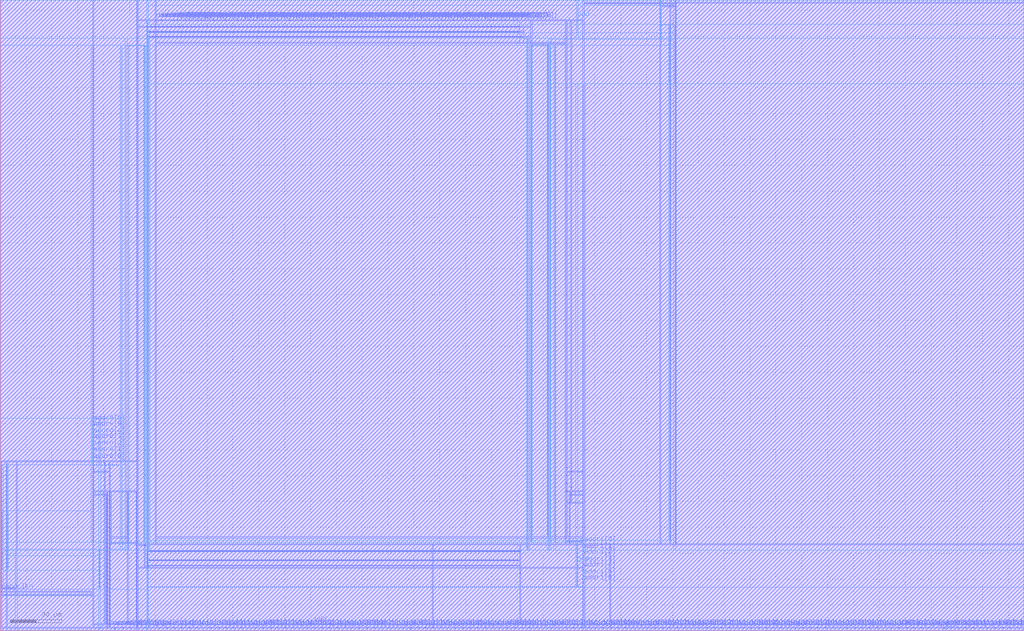
<source format=lef>
VERSION 5.4 ;
NAMESCASESENSITIVE ON ;
BUSBITCHARS "[]" ;
DIVIDERCHAR "/" ;
UNITS
  DATABASE MICRONS 2000 ;
END UNITS
MACRO freepdk45_sram_1w1r_128x120_30
   CLASS BLOCK ;
   SIZE 395.99 BY 244.025 ;
   SYMMETRY X Y R90 ;
   PIN din0[0]
      DIRECTION INPUT ;
      PORT
         LAYER metal3 ;
         RECT  53.005 1.105 53.14 1.24 ;
      END
   END din0[0]
   PIN din0[1]
      DIRECTION INPUT ;
      PORT
         LAYER metal3 ;
         RECT  55.865 1.105 56.0 1.24 ;
      END
   END din0[1]
   PIN din0[2]
      DIRECTION INPUT ;
      PORT
         LAYER metal3 ;
         RECT  58.725 1.105 58.86 1.24 ;
      END
   END din0[2]
   PIN din0[3]
      DIRECTION INPUT ;
      PORT
         LAYER metal3 ;
         RECT  61.585 1.105 61.72 1.24 ;
      END
   END din0[3]
   PIN din0[4]
      DIRECTION INPUT ;
      PORT
         LAYER metal3 ;
         RECT  64.445 1.105 64.58 1.24 ;
      END
   END din0[4]
   PIN din0[5]
      DIRECTION INPUT ;
      PORT
         LAYER metal3 ;
         RECT  67.305 1.105 67.44 1.24 ;
      END
   END din0[5]
   PIN din0[6]
      DIRECTION INPUT ;
      PORT
         LAYER metal3 ;
         RECT  70.165 1.105 70.3 1.24 ;
      END
   END din0[6]
   PIN din0[7]
      DIRECTION INPUT ;
      PORT
         LAYER metal3 ;
         RECT  73.025 1.105 73.16 1.24 ;
      END
   END din0[7]
   PIN din0[8]
      DIRECTION INPUT ;
      PORT
         LAYER metal3 ;
         RECT  75.885 1.105 76.02 1.24 ;
      END
   END din0[8]
   PIN din0[9]
      DIRECTION INPUT ;
      PORT
         LAYER metal3 ;
         RECT  78.745 1.105 78.88 1.24 ;
      END
   END din0[9]
   PIN din0[10]
      DIRECTION INPUT ;
      PORT
         LAYER metal3 ;
         RECT  81.605 1.105 81.74 1.24 ;
      END
   END din0[10]
   PIN din0[11]
      DIRECTION INPUT ;
      PORT
         LAYER metal3 ;
         RECT  84.465 1.105 84.6 1.24 ;
      END
   END din0[11]
   PIN din0[12]
      DIRECTION INPUT ;
      PORT
         LAYER metal3 ;
         RECT  87.325 1.105 87.46 1.24 ;
      END
   END din0[12]
   PIN din0[13]
      DIRECTION INPUT ;
      PORT
         LAYER metal3 ;
         RECT  90.185 1.105 90.32 1.24 ;
      END
   END din0[13]
   PIN din0[14]
      DIRECTION INPUT ;
      PORT
         LAYER metal3 ;
         RECT  93.045 1.105 93.18 1.24 ;
      END
   END din0[14]
   PIN din0[15]
      DIRECTION INPUT ;
      PORT
         LAYER metal3 ;
         RECT  95.905 1.105 96.04 1.24 ;
      END
   END din0[15]
   PIN din0[16]
      DIRECTION INPUT ;
      PORT
         LAYER metal3 ;
         RECT  98.765 1.105 98.9 1.24 ;
      END
   END din0[16]
   PIN din0[17]
      DIRECTION INPUT ;
      PORT
         LAYER metal3 ;
         RECT  101.625 1.105 101.76 1.24 ;
      END
   END din0[17]
   PIN din0[18]
      DIRECTION INPUT ;
      PORT
         LAYER metal3 ;
         RECT  104.485 1.105 104.62 1.24 ;
      END
   END din0[18]
   PIN din0[19]
      DIRECTION INPUT ;
      PORT
         LAYER metal3 ;
         RECT  107.345 1.105 107.48 1.24 ;
      END
   END din0[19]
   PIN din0[20]
      DIRECTION INPUT ;
      PORT
         LAYER metal3 ;
         RECT  110.205 1.105 110.34 1.24 ;
      END
   END din0[20]
   PIN din0[21]
      DIRECTION INPUT ;
      PORT
         LAYER metal3 ;
         RECT  113.065 1.105 113.2 1.24 ;
      END
   END din0[21]
   PIN din0[22]
      DIRECTION INPUT ;
      PORT
         LAYER metal3 ;
         RECT  115.925 1.105 116.06 1.24 ;
      END
   END din0[22]
   PIN din0[23]
      DIRECTION INPUT ;
      PORT
         LAYER metal3 ;
         RECT  118.785 1.105 118.92 1.24 ;
      END
   END din0[23]
   PIN din0[24]
      DIRECTION INPUT ;
      PORT
         LAYER metal3 ;
         RECT  121.645 1.105 121.78 1.24 ;
      END
   END din0[24]
   PIN din0[25]
      DIRECTION INPUT ;
      PORT
         LAYER metal3 ;
         RECT  124.505 1.105 124.64 1.24 ;
      END
   END din0[25]
   PIN din0[26]
      DIRECTION INPUT ;
      PORT
         LAYER metal3 ;
         RECT  127.365 1.105 127.5 1.24 ;
      END
   END din0[26]
   PIN din0[27]
      DIRECTION INPUT ;
      PORT
         LAYER metal3 ;
         RECT  130.225 1.105 130.36 1.24 ;
      END
   END din0[27]
   PIN din0[28]
      DIRECTION INPUT ;
      PORT
         LAYER metal3 ;
         RECT  133.085 1.105 133.22 1.24 ;
      END
   END din0[28]
   PIN din0[29]
      DIRECTION INPUT ;
      PORT
         LAYER metal3 ;
         RECT  135.945 1.105 136.08 1.24 ;
      END
   END din0[29]
   PIN din0[30]
      DIRECTION INPUT ;
      PORT
         LAYER metal3 ;
         RECT  138.805 1.105 138.94 1.24 ;
      END
   END din0[30]
   PIN din0[31]
      DIRECTION INPUT ;
      PORT
         LAYER metal3 ;
         RECT  141.665 1.105 141.8 1.24 ;
      END
   END din0[31]
   PIN din0[32]
      DIRECTION INPUT ;
      PORT
         LAYER metal3 ;
         RECT  144.525 1.105 144.66 1.24 ;
      END
   END din0[32]
   PIN din0[33]
      DIRECTION INPUT ;
      PORT
         LAYER metal3 ;
         RECT  147.385 1.105 147.52 1.24 ;
      END
   END din0[33]
   PIN din0[34]
      DIRECTION INPUT ;
      PORT
         LAYER metal3 ;
         RECT  150.245 1.105 150.38 1.24 ;
      END
   END din0[34]
   PIN din0[35]
      DIRECTION INPUT ;
      PORT
         LAYER metal3 ;
         RECT  153.105 1.105 153.24 1.24 ;
      END
   END din0[35]
   PIN din0[36]
      DIRECTION INPUT ;
      PORT
         LAYER metal3 ;
         RECT  155.965 1.105 156.1 1.24 ;
      END
   END din0[36]
   PIN din0[37]
      DIRECTION INPUT ;
      PORT
         LAYER metal3 ;
         RECT  158.825 1.105 158.96 1.24 ;
      END
   END din0[37]
   PIN din0[38]
      DIRECTION INPUT ;
      PORT
         LAYER metal3 ;
         RECT  161.685 1.105 161.82 1.24 ;
      END
   END din0[38]
   PIN din0[39]
      DIRECTION INPUT ;
      PORT
         LAYER metal3 ;
         RECT  164.545 1.105 164.68 1.24 ;
      END
   END din0[39]
   PIN din0[40]
      DIRECTION INPUT ;
      PORT
         LAYER metal3 ;
         RECT  167.405 1.105 167.54 1.24 ;
      END
   END din0[40]
   PIN din0[41]
      DIRECTION INPUT ;
      PORT
         LAYER metal3 ;
         RECT  170.265 1.105 170.4 1.24 ;
      END
   END din0[41]
   PIN din0[42]
      DIRECTION INPUT ;
      PORT
         LAYER metal3 ;
         RECT  173.125 1.105 173.26 1.24 ;
      END
   END din0[42]
   PIN din0[43]
      DIRECTION INPUT ;
      PORT
         LAYER metal3 ;
         RECT  175.985 1.105 176.12 1.24 ;
      END
   END din0[43]
   PIN din0[44]
      DIRECTION INPUT ;
      PORT
         LAYER metal3 ;
         RECT  178.845 1.105 178.98 1.24 ;
      END
   END din0[44]
   PIN din0[45]
      DIRECTION INPUT ;
      PORT
         LAYER metal3 ;
         RECT  181.705 1.105 181.84 1.24 ;
      END
   END din0[45]
   PIN din0[46]
      DIRECTION INPUT ;
      PORT
         LAYER metal3 ;
         RECT  184.565 1.105 184.7 1.24 ;
      END
   END din0[46]
   PIN din0[47]
      DIRECTION INPUT ;
      PORT
         LAYER metal3 ;
         RECT  187.425 1.105 187.56 1.24 ;
      END
   END din0[47]
   PIN din0[48]
      DIRECTION INPUT ;
      PORT
         LAYER metal3 ;
         RECT  190.285 1.105 190.42 1.24 ;
      END
   END din0[48]
   PIN din0[49]
      DIRECTION INPUT ;
      PORT
         LAYER metal3 ;
         RECT  193.145 1.105 193.28 1.24 ;
      END
   END din0[49]
   PIN din0[50]
      DIRECTION INPUT ;
      PORT
         LAYER metal3 ;
         RECT  196.005 1.105 196.14 1.24 ;
      END
   END din0[50]
   PIN din0[51]
      DIRECTION INPUT ;
      PORT
         LAYER metal3 ;
         RECT  198.865 1.105 199.0 1.24 ;
      END
   END din0[51]
   PIN din0[52]
      DIRECTION INPUT ;
      PORT
         LAYER metal3 ;
         RECT  201.725 1.105 201.86 1.24 ;
      END
   END din0[52]
   PIN din0[53]
      DIRECTION INPUT ;
      PORT
         LAYER metal3 ;
         RECT  204.585 1.105 204.72 1.24 ;
      END
   END din0[53]
   PIN din0[54]
      DIRECTION INPUT ;
      PORT
         LAYER metal3 ;
         RECT  207.445 1.105 207.58 1.24 ;
      END
   END din0[54]
   PIN din0[55]
      DIRECTION INPUT ;
      PORT
         LAYER metal3 ;
         RECT  210.305 1.105 210.44 1.24 ;
      END
   END din0[55]
   PIN din0[56]
      DIRECTION INPUT ;
      PORT
         LAYER metal3 ;
         RECT  213.165 1.105 213.3 1.24 ;
      END
   END din0[56]
   PIN din0[57]
      DIRECTION INPUT ;
      PORT
         LAYER metal3 ;
         RECT  216.025 1.105 216.16 1.24 ;
      END
   END din0[57]
   PIN din0[58]
      DIRECTION INPUT ;
      PORT
         LAYER metal3 ;
         RECT  218.885 1.105 219.02 1.24 ;
      END
   END din0[58]
   PIN din0[59]
      DIRECTION INPUT ;
      PORT
         LAYER metal3 ;
         RECT  221.745 1.105 221.88 1.24 ;
      END
   END din0[59]
   PIN din0[60]
      DIRECTION INPUT ;
      PORT
         LAYER metal3 ;
         RECT  224.605 1.105 224.74 1.24 ;
      END
   END din0[60]
   PIN din0[61]
      DIRECTION INPUT ;
      PORT
         LAYER metal3 ;
         RECT  227.465 1.105 227.6 1.24 ;
      END
   END din0[61]
   PIN din0[62]
      DIRECTION INPUT ;
      PORT
         LAYER metal3 ;
         RECT  230.325 1.105 230.46 1.24 ;
      END
   END din0[62]
   PIN din0[63]
      DIRECTION INPUT ;
      PORT
         LAYER metal3 ;
         RECT  233.185 1.105 233.32 1.24 ;
      END
   END din0[63]
   PIN din0[64]
      DIRECTION INPUT ;
      PORT
         LAYER metal3 ;
         RECT  236.045 1.105 236.18 1.24 ;
      END
   END din0[64]
   PIN din0[65]
      DIRECTION INPUT ;
      PORT
         LAYER metal3 ;
         RECT  238.905 1.105 239.04 1.24 ;
      END
   END din0[65]
   PIN din0[66]
      DIRECTION INPUT ;
      PORT
         LAYER metal3 ;
         RECT  241.765 1.105 241.9 1.24 ;
      END
   END din0[66]
   PIN din0[67]
      DIRECTION INPUT ;
      PORT
         LAYER metal3 ;
         RECT  244.625 1.105 244.76 1.24 ;
      END
   END din0[67]
   PIN din0[68]
      DIRECTION INPUT ;
      PORT
         LAYER metal3 ;
         RECT  247.485 1.105 247.62 1.24 ;
      END
   END din0[68]
   PIN din0[69]
      DIRECTION INPUT ;
      PORT
         LAYER metal3 ;
         RECT  250.345 1.105 250.48 1.24 ;
      END
   END din0[69]
   PIN din0[70]
      DIRECTION INPUT ;
      PORT
         LAYER metal3 ;
         RECT  253.205 1.105 253.34 1.24 ;
      END
   END din0[70]
   PIN din0[71]
      DIRECTION INPUT ;
      PORT
         LAYER metal3 ;
         RECT  256.065 1.105 256.2 1.24 ;
      END
   END din0[71]
   PIN din0[72]
      DIRECTION INPUT ;
      PORT
         LAYER metal3 ;
         RECT  258.925 1.105 259.06 1.24 ;
      END
   END din0[72]
   PIN din0[73]
      DIRECTION INPUT ;
      PORT
         LAYER metal3 ;
         RECT  261.785 1.105 261.92 1.24 ;
      END
   END din0[73]
   PIN din0[74]
      DIRECTION INPUT ;
      PORT
         LAYER metal3 ;
         RECT  264.645 1.105 264.78 1.24 ;
      END
   END din0[74]
   PIN din0[75]
      DIRECTION INPUT ;
      PORT
         LAYER metal3 ;
         RECT  267.505 1.105 267.64 1.24 ;
      END
   END din0[75]
   PIN din0[76]
      DIRECTION INPUT ;
      PORT
         LAYER metal3 ;
         RECT  270.365 1.105 270.5 1.24 ;
      END
   END din0[76]
   PIN din0[77]
      DIRECTION INPUT ;
      PORT
         LAYER metal3 ;
         RECT  273.225 1.105 273.36 1.24 ;
      END
   END din0[77]
   PIN din0[78]
      DIRECTION INPUT ;
      PORT
         LAYER metal3 ;
         RECT  276.085 1.105 276.22 1.24 ;
      END
   END din0[78]
   PIN din0[79]
      DIRECTION INPUT ;
      PORT
         LAYER metal3 ;
         RECT  278.945 1.105 279.08 1.24 ;
      END
   END din0[79]
   PIN din0[80]
      DIRECTION INPUT ;
      PORT
         LAYER metal3 ;
         RECT  281.805 1.105 281.94 1.24 ;
      END
   END din0[80]
   PIN din0[81]
      DIRECTION INPUT ;
      PORT
         LAYER metal3 ;
         RECT  284.665 1.105 284.8 1.24 ;
      END
   END din0[81]
   PIN din0[82]
      DIRECTION INPUT ;
      PORT
         LAYER metal3 ;
         RECT  287.525 1.105 287.66 1.24 ;
      END
   END din0[82]
   PIN din0[83]
      DIRECTION INPUT ;
      PORT
         LAYER metal3 ;
         RECT  290.385 1.105 290.52 1.24 ;
      END
   END din0[83]
   PIN din0[84]
      DIRECTION INPUT ;
      PORT
         LAYER metal3 ;
         RECT  293.245 1.105 293.38 1.24 ;
      END
   END din0[84]
   PIN din0[85]
      DIRECTION INPUT ;
      PORT
         LAYER metal3 ;
         RECT  296.105 1.105 296.24 1.24 ;
      END
   END din0[85]
   PIN din0[86]
      DIRECTION INPUT ;
      PORT
         LAYER metal3 ;
         RECT  298.965 1.105 299.1 1.24 ;
      END
   END din0[86]
   PIN din0[87]
      DIRECTION INPUT ;
      PORT
         LAYER metal3 ;
         RECT  301.825 1.105 301.96 1.24 ;
      END
   END din0[87]
   PIN din0[88]
      DIRECTION INPUT ;
      PORT
         LAYER metal3 ;
         RECT  304.685 1.105 304.82 1.24 ;
      END
   END din0[88]
   PIN din0[89]
      DIRECTION INPUT ;
      PORT
         LAYER metal3 ;
         RECT  307.545 1.105 307.68 1.24 ;
      END
   END din0[89]
   PIN din0[90]
      DIRECTION INPUT ;
      PORT
         LAYER metal3 ;
         RECT  310.405 1.105 310.54 1.24 ;
      END
   END din0[90]
   PIN din0[91]
      DIRECTION INPUT ;
      PORT
         LAYER metal3 ;
         RECT  313.265 1.105 313.4 1.24 ;
      END
   END din0[91]
   PIN din0[92]
      DIRECTION INPUT ;
      PORT
         LAYER metal3 ;
         RECT  316.125 1.105 316.26 1.24 ;
      END
   END din0[92]
   PIN din0[93]
      DIRECTION INPUT ;
      PORT
         LAYER metal3 ;
         RECT  318.985 1.105 319.12 1.24 ;
      END
   END din0[93]
   PIN din0[94]
      DIRECTION INPUT ;
      PORT
         LAYER metal3 ;
         RECT  321.845 1.105 321.98 1.24 ;
      END
   END din0[94]
   PIN din0[95]
      DIRECTION INPUT ;
      PORT
         LAYER metal3 ;
         RECT  324.705 1.105 324.84 1.24 ;
      END
   END din0[95]
   PIN din0[96]
      DIRECTION INPUT ;
      PORT
         LAYER metal3 ;
         RECT  327.565 1.105 327.7 1.24 ;
      END
   END din0[96]
   PIN din0[97]
      DIRECTION INPUT ;
      PORT
         LAYER metal3 ;
         RECT  330.425 1.105 330.56 1.24 ;
      END
   END din0[97]
   PIN din0[98]
      DIRECTION INPUT ;
      PORT
         LAYER metal3 ;
         RECT  333.285 1.105 333.42 1.24 ;
      END
   END din0[98]
   PIN din0[99]
      DIRECTION INPUT ;
      PORT
         LAYER metal3 ;
         RECT  336.145 1.105 336.28 1.24 ;
      END
   END din0[99]
   PIN din0[100]
      DIRECTION INPUT ;
      PORT
         LAYER metal3 ;
         RECT  339.005 1.105 339.14 1.24 ;
      END
   END din0[100]
   PIN din0[101]
      DIRECTION INPUT ;
      PORT
         LAYER metal3 ;
         RECT  341.865 1.105 342.0 1.24 ;
      END
   END din0[101]
   PIN din0[102]
      DIRECTION INPUT ;
      PORT
         LAYER metal3 ;
         RECT  344.725 1.105 344.86 1.24 ;
      END
   END din0[102]
   PIN din0[103]
      DIRECTION INPUT ;
      PORT
         LAYER metal3 ;
         RECT  347.585 1.105 347.72 1.24 ;
      END
   END din0[103]
   PIN din0[104]
      DIRECTION INPUT ;
      PORT
         LAYER metal3 ;
         RECT  350.445 1.105 350.58 1.24 ;
      END
   END din0[104]
   PIN din0[105]
      DIRECTION INPUT ;
      PORT
         LAYER metal3 ;
         RECT  353.305 1.105 353.44 1.24 ;
      END
   END din0[105]
   PIN din0[106]
      DIRECTION INPUT ;
      PORT
         LAYER metal3 ;
         RECT  356.165 1.105 356.3 1.24 ;
      END
   END din0[106]
   PIN din0[107]
      DIRECTION INPUT ;
      PORT
         LAYER metal3 ;
         RECT  359.025 1.105 359.16 1.24 ;
      END
   END din0[107]
   PIN din0[108]
      DIRECTION INPUT ;
      PORT
         LAYER metal3 ;
         RECT  361.885 1.105 362.02 1.24 ;
      END
   END din0[108]
   PIN din0[109]
      DIRECTION INPUT ;
      PORT
         LAYER metal3 ;
         RECT  364.745 1.105 364.88 1.24 ;
      END
   END din0[109]
   PIN din0[110]
      DIRECTION INPUT ;
      PORT
         LAYER metal3 ;
         RECT  367.605 1.105 367.74 1.24 ;
      END
   END din0[110]
   PIN din0[111]
      DIRECTION INPUT ;
      PORT
         LAYER metal3 ;
         RECT  370.465 1.105 370.6 1.24 ;
      END
   END din0[111]
   PIN din0[112]
      DIRECTION INPUT ;
      PORT
         LAYER metal3 ;
         RECT  373.325 1.105 373.46 1.24 ;
      END
   END din0[112]
   PIN din0[113]
      DIRECTION INPUT ;
      PORT
         LAYER metal3 ;
         RECT  376.185 1.105 376.32 1.24 ;
      END
   END din0[113]
   PIN din0[114]
      DIRECTION INPUT ;
      PORT
         LAYER metal3 ;
         RECT  379.045 1.105 379.18 1.24 ;
      END
   END din0[114]
   PIN din0[115]
      DIRECTION INPUT ;
      PORT
         LAYER metal3 ;
         RECT  381.905 1.105 382.04 1.24 ;
      END
   END din0[115]
   PIN din0[116]
      DIRECTION INPUT ;
      PORT
         LAYER metal3 ;
         RECT  384.765 1.105 384.9 1.24 ;
      END
   END din0[116]
   PIN din0[117]
      DIRECTION INPUT ;
      PORT
         LAYER metal3 ;
         RECT  387.625 1.105 387.76 1.24 ;
      END
   END din0[117]
   PIN din0[118]
      DIRECTION INPUT ;
      PORT
         LAYER metal3 ;
         RECT  390.485 1.105 390.62 1.24 ;
      END
   END din0[118]
   PIN din0[119]
      DIRECTION INPUT ;
      PORT
         LAYER metal3 ;
         RECT  393.345 1.105 393.48 1.24 ;
      END
   END din0[119]
   PIN addr0[0]
      DIRECTION INPUT ;
      PORT
         LAYER metal3 ;
         RECT  35.845 65.5125 35.98 65.6475 ;
      END
   END addr0[0]
   PIN addr0[1]
      DIRECTION INPUT ;
      PORT
         LAYER metal3 ;
         RECT  35.845 68.2425 35.98 68.3775 ;
      END
   END addr0[1]
   PIN addr0[2]
      DIRECTION INPUT ;
      PORT
         LAYER metal3 ;
         RECT  35.845 70.4525 35.98 70.5875 ;
      END
   END addr0[2]
   PIN addr0[3]
      DIRECTION INPUT ;
      PORT
         LAYER metal3 ;
         RECT  35.845 73.1825 35.98 73.3175 ;
      END
   END addr0[3]
   PIN addr0[4]
      DIRECTION INPUT ;
      PORT
         LAYER metal3 ;
         RECT  35.845 75.3925 35.98 75.5275 ;
      END
   END addr0[4]
   PIN addr0[5]
      DIRECTION INPUT ;
      PORT
         LAYER metal3 ;
         RECT  35.845 78.1225 35.98 78.2575 ;
      END
   END addr0[5]
   PIN addr0[6]
      DIRECTION INPUT ;
      PORT
         LAYER metal3 ;
         RECT  35.845 80.3325 35.98 80.4675 ;
      END
   END addr0[6]
   PIN addr1[0]
      DIRECTION INPUT ;
      PORT
         LAYER metal3 ;
         RECT  225.505 33.4025 225.64 33.5375 ;
      END
   END addr1[0]
   PIN addr1[1]
      DIRECTION INPUT ;
      PORT
         LAYER metal3 ;
         RECT  225.505 30.6725 225.64 30.8075 ;
      END
   END addr1[1]
   PIN addr1[2]
      DIRECTION INPUT ;
      PORT
         LAYER metal3 ;
         RECT  225.505 28.4625 225.64 28.5975 ;
      END
   END addr1[2]
   PIN addr1[3]
      DIRECTION INPUT ;
      PORT
         LAYER metal3 ;
         RECT  225.505 25.7325 225.64 25.8675 ;
      END
   END addr1[3]
   PIN addr1[4]
      DIRECTION INPUT ;
      PORT
         LAYER metal3 ;
         RECT  225.505 23.5225 225.64 23.6575 ;
      END
   END addr1[4]
   PIN addr1[5]
      DIRECTION INPUT ;
      PORT
         LAYER metal3 ;
         RECT  225.505 20.7925 225.64 20.9275 ;
      END
   END addr1[5]
   PIN addr1[6]
      DIRECTION INPUT ;
      PORT
         LAYER metal3 ;
         RECT  225.505 18.5825 225.64 18.7175 ;
      END
   END addr1[6]
   PIN csb0
      DIRECTION INPUT ;
      PORT
         LAYER metal3 ;
         RECT  0.285 14.9425 0.42 15.0775 ;
      END
   END csb0
   PIN csb1
      DIRECTION INPUT ;
      PORT
         LAYER metal3 ;
         RECT  261.205 242.7825 261.34 242.9175 ;
      END
   END csb1
   PIN clk0
      DIRECTION INPUT ;
      PORT
         LAYER metal3 ;
         RECT  6.2475 15.0275 6.3825 15.1625 ;
      END
   END clk0
   PIN clk1
      DIRECTION INPUT ;
      PORT
         LAYER metal3 ;
         RECT  255.1025 242.6975 255.2375 242.8325 ;
      END
   END clk1
   PIN wmask0[0]
      DIRECTION INPUT ;
      PORT
         LAYER metal3 ;
         RECT  41.565 1.105 41.7 1.24 ;
      END
   END wmask0[0]
   PIN wmask0[1]
      DIRECTION INPUT ;
      PORT
         LAYER metal3 ;
         RECT  44.425 1.105 44.56 1.24 ;
      END
   END wmask0[1]
   PIN wmask0[2]
      DIRECTION INPUT ;
      PORT
         LAYER metal3 ;
         RECT  47.285 1.105 47.42 1.24 ;
      END
   END wmask0[2]
   PIN wmask0[3]
      DIRECTION INPUT ;
      PORT
         LAYER metal3 ;
         RECT  50.145 1.105 50.28 1.24 ;
      END
   END wmask0[3]
   PIN dout1[0]
      DIRECTION OUTPUT ;
      PORT
         LAYER metal3 ;
         RECT  60.1125 236.0725 60.2475 236.2075 ;
      END
   END dout1[0]
   PIN dout1[1]
      DIRECTION OUTPUT ;
      PORT
         LAYER metal3 ;
         RECT  61.2875 236.0725 61.4225 236.2075 ;
      END
   END dout1[1]
   PIN dout1[2]
      DIRECTION OUTPUT ;
      PORT
         LAYER metal3 ;
         RECT  62.4625 236.0725 62.5975 236.2075 ;
      END
   END dout1[2]
   PIN dout1[3]
      DIRECTION OUTPUT ;
      PORT
         LAYER metal3 ;
         RECT  63.6375 236.0725 63.7725 236.2075 ;
      END
   END dout1[3]
   PIN dout1[4]
      DIRECTION OUTPUT ;
      PORT
         LAYER metal3 ;
         RECT  64.8125 236.0725 64.9475 236.2075 ;
      END
   END dout1[4]
   PIN dout1[5]
      DIRECTION OUTPUT ;
      PORT
         LAYER metal3 ;
         RECT  65.9875 236.0725 66.1225 236.2075 ;
      END
   END dout1[5]
   PIN dout1[6]
      DIRECTION OUTPUT ;
      PORT
         LAYER metal3 ;
         RECT  67.1625 236.0725 67.2975 236.2075 ;
      END
   END dout1[6]
   PIN dout1[7]
      DIRECTION OUTPUT ;
      PORT
         LAYER metal3 ;
         RECT  68.3375 236.0725 68.4725 236.2075 ;
      END
   END dout1[7]
   PIN dout1[8]
      DIRECTION OUTPUT ;
      PORT
         LAYER metal3 ;
         RECT  69.5125 236.0725 69.6475 236.2075 ;
      END
   END dout1[8]
   PIN dout1[9]
      DIRECTION OUTPUT ;
      PORT
         LAYER metal3 ;
         RECT  70.6875 236.0725 70.8225 236.2075 ;
      END
   END dout1[9]
   PIN dout1[10]
      DIRECTION OUTPUT ;
      PORT
         LAYER metal3 ;
         RECT  71.8625 236.0725 71.9975 236.2075 ;
      END
   END dout1[10]
   PIN dout1[11]
      DIRECTION OUTPUT ;
      PORT
         LAYER metal3 ;
         RECT  73.0375 236.0725 73.1725 236.2075 ;
      END
   END dout1[11]
   PIN dout1[12]
      DIRECTION OUTPUT ;
      PORT
         LAYER metal3 ;
         RECT  74.2125 236.0725 74.3475 236.2075 ;
      END
   END dout1[12]
   PIN dout1[13]
      DIRECTION OUTPUT ;
      PORT
         LAYER metal3 ;
         RECT  75.3875 236.0725 75.5225 236.2075 ;
      END
   END dout1[13]
   PIN dout1[14]
      DIRECTION OUTPUT ;
      PORT
         LAYER metal3 ;
         RECT  76.5625 236.0725 76.6975 236.2075 ;
      END
   END dout1[14]
   PIN dout1[15]
      DIRECTION OUTPUT ;
      PORT
         LAYER metal3 ;
         RECT  77.7375 236.0725 77.8725 236.2075 ;
      END
   END dout1[15]
   PIN dout1[16]
      DIRECTION OUTPUT ;
      PORT
         LAYER metal3 ;
         RECT  78.9125 236.0725 79.0475 236.2075 ;
      END
   END dout1[16]
   PIN dout1[17]
      DIRECTION OUTPUT ;
      PORT
         LAYER metal3 ;
         RECT  80.0875 236.0725 80.2225 236.2075 ;
      END
   END dout1[17]
   PIN dout1[18]
      DIRECTION OUTPUT ;
      PORT
         LAYER metal3 ;
         RECT  81.2625 236.0725 81.3975 236.2075 ;
      END
   END dout1[18]
   PIN dout1[19]
      DIRECTION OUTPUT ;
      PORT
         LAYER metal3 ;
         RECT  82.4375 236.0725 82.5725 236.2075 ;
      END
   END dout1[19]
   PIN dout1[20]
      DIRECTION OUTPUT ;
      PORT
         LAYER metal3 ;
         RECT  83.6125 236.0725 83.7475 236.2075 ;
      END
   END dout1[20]
   PIN dout1[21]
      DIRECTION OUTPUT ;
      PORT
         LAYER metal3 ;
         RECT  84.7875 236.0725 84.9225 236.2075 ;
      END
   END dout1[21]
   PIN dout1[22]
      DIRECTION OUTPUT ;
      PORT
         LAYER metal3 ;
         RECT  85.9625 236.0725 86.0975 236.2075 ;
      END
   END dout1[22]
   PIN dout1[23]
      DIRECTION OUTPUT ;
      PORT
         LAYER metal3 ;
         RECT  87.1375 236.0725 87.2725 236.2075 ;
      END
   END dout1[23]
   PIN dout1[24]
      DIRECTION OUTPUT ;
      PORT
         LAYER metal3 ;
         RECT  88.3125 236.0725 88.4475 236.2075 ;
      END
   END dout1[24]
   PIN dout1[25]
      DIRECTION OUTPUT ;
      PORT
         LAYER metal3 ;
         RECT  89.4875 236.0725 89.6225 236.2075 ;
      END
   END dout1[25]
   PIN dout1[26]
      DIRECTION OUTPUT ;
      PORT
         LAYER metal3 ;
         RECT  90.6625 236.0725 90.7975 236.2075 ;
      END
   END dout1[26]
   PIN dout1[27]
      DIRECTION OUTPUT ;
      PORT
         LAYER metal3 ;
         RECT  91.8375 236.0725 91.9725 236.2075 ;
      END
   END dout1[27]
   PIN dout1[28]
      DIRECTION OUTPUT ;
      PORT
         LAYER metal3 ;
         RECT  93.0125 236.0725 93.1475 236.2075 ;
      END
   END dout1[28]
   PIN dout1[29]
      DIRECTION OUTPUT ;
      PORT
         LAYER metal3 ;
         RECT  94.1875 236.0725 94.3225 236.2075 ;
      END
   END dout1[29]
   PIN dout1[30]
      DIRECTION OUTPUT ;
      PORT
         LAYER metal3 ;
         RECT  95.3625 236.0725 95.4975 236.2075 ;
      END
   END dout1[30]
   PIN dout1[31]
      DIRECTION OUTPUT ;
      PORT
         LAYER metal3 ;
         RECT  96.5375 236.0725 96.6725 236.2075 ;
      END
   END dout1[31]
   PIN dout1[32]
      DIRECTION OUTPUT ;
      PORT
         LAYER metal3 ;
         RECT  97.7125 236.0725 97.8475 236.2075 ;
      END
   END dout1[32]
   PIN dout1[33]
      DIRECTION OUTPUT ;
      PORT
         LAYER metal3 ;
         RECT  98.8875 236.0725 99.0225 236.2075 ;
      END
   END dout1[33]
   PIN dout1[34]
      DIRECTION OUTPUT ;
      PORT
         LAYER metal3 ;
         RECT  100.0625 236.0725 100.1975 236.2075 ;
      END
   END dout1[34]
   PIN dout1[35]
      DIRECTION OUTPUT ;
      PORT
         LAYER metal3 ;
         RECT  101.2375 236.0725 101.3725 236.2075 ;
      END
   END dout1[35]
   PIN dout1[36]
      DIRECTION OUTPUT ;
      PORT
         LAYER metal3 ;
         RECT  102.4125 236.0725 102.5475 236.2075 ;
      END
   END dout1[36]
   PIN dout1[37]
      DIRECTION OUTPUT ;
      PORT
         LAYER metal3 ;
         RECT  103.5875 236.0725 103.7225 236.2075 ;
      END
   END dout1[37]
   PIN dout1[38]
      DIRECTION OUTPUT ;
      PORT
         LAYER metal3 ;
         RECT  104.7625 236.0725 104.8975 236.2075 ;
      END
   END dout1[38]
   PIN dout1[39]
      DIRECTION OUTPUT ;
      PORT
         LAYER metal3 ;
         RECT  105.9375 236.0725 106.0725 236.2075 ;
      END
   END dout1[39]
   PIN dout1[40]
      DIRECTION OUTPUT ;
      PORT
         LAYER metal3 ;
         RECT  107.1125 236.0725 107.2475 236.2075 ;
      END
   END dout1[40]
   PIN dout1[41]
      DIRECTION OUTPUT ;
      PORT
         LAYER metal3 ;
         RECT  108.2875 236.0725 108.4225 236.2075 ;
      END
   END dout1[41]
   PIN dout1[42]
      DIRECTION OUTPUT ;
      PORT
         LAYER metal3 ;
         RECT  109.4625 236.0725 109.5975 236.2075 ;
      END
   END dout1[42]
   PIN dout1[43]
      DIRECTION OUTPUT ;
      PORT
         LAYER metal3 ;
         RECT  110.6375 236.0725 110.7725 236.2075 ;
      END
   END dout1[43]
   PIN dout1[44]
      DIRECTION OUTPUT ;
      PORT
         LAYER metal3 ;
         RECT  111.8125 236.0725 111.9475 236.2075 ;
      END
   END dout1[44]
   PIN dout1[45]
      DIRECTION OUTPUT ;
      PORT
         LAYER metal3 ;
         RECT  112.9875 236.0725 113.1225 236.2075 ;
      END
   END dout1[45]
   PIN dout1[46]
      DIRECTION OUTPUT ;
      PORT
         LAYER metal3 ;
         RECT  114.1625 236.0725 114.2975 236.2075 ;
      END
   END dout1[46]
   PIN dout1[47]
      DIRECTION OUTPUT ;
      PORT
         LAYER metal3 ;
         RECT  115.3375 236.0725 115.4725 236.2075 ;
      END
   END dout1[47]
   PIN dout1[48]
      DIRECTION OUTPUT ;
      PORT
         LAYER metal3 ;
         RECT  116.5125 236.0725 116.6475 236.2075 ;
      END
   END dout1[48]
   PIN dout1[49]
      DIRECTION OUTPUT ;
      PORT
         LAYER metal3 ;
         RECT  117.6875 236.0725 117.8225 236.2075 ;
      END
   END dout1[49]
   PIN dout1[50]
      DIRECTION OUTPUT ;
      PORT
         LAYER metal3 ;
         RECT  118.8625 236.0725 118.9975 236.2075 ;
      END
   END dout1[50]
   PIN dout1[51]
      DIRECTION OUTPUT ;
      PORT
         LAYER metal3 ;
         RECT  120.0375 236.0725 120.1725 236.2075 ;
      END
   END dout1[51]
   PIN dout1[52]
      DIRECTION OUTPUT ;
      PORT
         LAYER metal3 ;
         RECT  121.2125 236.0725 121.3475 236.2075 ;
      END
   END dout1[52]
   PIN dout1[53]
      DIRECTION OUTPUT ;
      PORT
         LAYER metal3 ;
         RECT  122.3875 236.0725 122.5225 236.2075 ;
      END
   END dout1[53]
   PIN dout1[54]
      DIRECTION OUTPUT ;
      PORT
         LAYER metal3 ;
         RECT  123.5625 236.0725 123.6975 236.2075 ;
      END
   END dout1[54]
   PIN dout1[55]
      DIRECTION OUTPUT ;
      PORT
         LAYER metal3 ;
         RECT  124.7375 236.0725 124.8725 236.2075 ;
      END
   END dout1[55]
   PIN dout1[56]
      DIRECTION OUTPUT ;
      PORT
         LAYER metal3 ;
         RECT  125.9125 236.0725 126.0475 236.2075 ;
      END
   END dout1[56]
   PIN dout1[57]
      DIRECTION OUTPUT ;
      PORT
         LAYER metal3 ;
         RECT  127.0875 236.0725 127.2225 236.2075 ;
      END
   END dout1[57]
   PIN dout1[58]
      DIRECTION OUTPUT ;
      PORT
         LAYER metal3 ;
         RECT  128.2625 236.0725 128.3975 236.2075 ;
      END
   END dout1[58]
   PIN dout1[59]
      DIRECTION OUTPUT ;
      PORT
         LAYER metal3 ;
         RECT  129.4375 236.0725 129.5725 236.2075 ;
      END
   END dout1[59]
   PIN dout1[60]
      DIRECTION OUTPUT ;
      PORT
         LAYER metal3 ;
         RECT  130.6125 236.0725 130.7475 236.2075 ;
      END
   END dout1[60]
   PIN dout1[61]
      DIRECTION OUTPUT ;
      PORT
         LAYER metal3 ;
         RECT  131.7875 236.0725 131.9225 236.2075 ;
      END
   END dout1[61]
   PIN dout1[62]
      DIRECTION OUTPUT ;
      PORT
         LAYER metal3 ;
         RECT  132.9625 236.0725 133.0975 236.2075 ;
      END
   END dout1[62]
   PIN dout1[63]
      DIRECTION OUTPUT ;
      PORT
         LAYER metal3 ;
         RECT  134.1375 236.0725 134.2725 236.2075 ;
      END
   END dout1[63]
   PIN dout1[64]
      DIRECTION OUTPUT ;
      PORT
         LAYER metal3 ;
         RECT  135.3125 236.0725 135.4475 236.2075 ;
      END
   END dout1[64]
   PIN dout1[65]
      DIRECTION OUTPUT ;
      PORT
         LAYER metal3 ;
         RECT  136.4875 236.0725 136.6225 236.2075 ;
      END
   END dout1[65]
   PIN dout1[66]
      DIRECTION OUTPUT ;
      PORT
         LAYER metal3 ;
         RECT  137.6625 236.0725 137.7975 236.2075 ;
      END
   END dout1[66]
   PIN dout1[67]
      DIRECTION OUTPUT ;
      PORT
         LAYER metal3 ;
         RECT  138.8375 236.0725 138.9725 236.2075 ;
      END
   END dout1[67]
   PIN dout1[68]
      DIRECTION OUTPUT ;
      PORT
         LAYER metal3 ;
         RECT  140.0125 236.0725 140.1475 236.2075 ;
      END
   END dout1[68]
   PIN dout1[69]
      DIRECTION OUTPUT ;
      PORT
         LAYER metal3 ;
         RECT  141.1875 236.0725 141.3225 236.2075 ;
      END
   END dout1[69]
   PIN dout1[70]
      DIRECTION OUTPUT ;
      PORT
         LAYER metal3 ;
         RECT  142.3625 236.0725 142.4975 236.2075 ;
      END
   END dout1[70]
   PIN dout1[71]
      DIRECTION OUTPUT ;
      PORT
         LAYER metal3 ;
         RECT  143.5375 236.0725 143.6725 236.2075 ;
      END
   END dout1[71]
   PIN dout1[72]
      DIRECTION OUTPUT ;
      PORT
         LAYER metal3 ;
         RECT  144.7125 236.0725 144.8475 236.2075 ;
      END
   END dout1[72]
   PIN dout1[73]
      DIRECTION OUTPUT ;
      PORT
         LAYER metal3 ;
         RECT  145.8875 236.0725 146.0225 236.2075 ;
      END
   END dout1[73]
   PIN dout1[74]
      DIRECTION OUTPUT ;
      PORT
         LAYER metal3 ;
         RECT  147.0625 236.0725 147.1975 236.2075 ;
      END
   END dout1[74]
   PIN dout1[75]
      DIRECTION OUTPUT ;
      PORT
         LAYER metal3 ;
         RECT  148.2375 236.0725 148.3725 236.2075 ;
      END
   END dout1[75]
   PIN dout1[76]
      DIRECTION OUTPUT ;
      PORT
         LAYER metal3 ;
         RECT  149.4125 236.0725 149.5475 236.2075 ;
      END
   END dout1[76]
   PIN dout1[77]
      DIRECTION OUTPUT ;
      PORT
         LAYER metal3 ;
         RECT  150.5875 236.0725 150.7225 236.2075 ;
      END
   END dout1[77]
   PIN dout1[78]
      DIRECTION OUTPUT ;
      PORT
         LAYER metal3 ;
         RECT  151.7625 236.0725 151.8975 236.2075 ;
      END
   END dout1[78]
   PIN dout1[79]
      DIRECTION OUTPUT ;
      PORT
         LAYER metal3 ;
         RECT  152.9375 236.0725 153.0725 236.2075 ;
      END
   END dout1[79]
   PIN dout1[80]
      DIRECTION OUTPUT ;
      PORT
         LAYER metal3 ;
         RECT  154.1125 236.0725 154.2475 236.2075 ;
      END
   END dout1[80]
   PIN dout1[81]
      DIRECTION OUTPUT ;
      PORT
         LAYER metal3 ;
         RECT  155.2875 236.0725 155.4225 236.2075 ;
      END
   END dout1[81]
   PIN dout1[82]
      DIRECTION OUTPUT ;
      PORT
         LAYER metal3 ;
         RECT  156.4625 236.0725 156.5975 236.2075 ;
      END
   END dout1[82]
   PIN dout1[83]
      DIRECTION OUTPUT ;
      PORT
         LAYER metal3 ;
         RECT  157.6375 236.0725 157.7725 236.2075 ;
      END
   END dout1[83]
   PIN dout1[84]
      DIRECTION OUTPUT ;
      PORT
         LAYER metal3 ;
         RECT  158.8125 236.0725 158.9475 236.2075 ;
      END
   END dout1[84]
   PIN dout1[85]
      DIRECTION OUTPUT ;
      PORT
         LAYER metal3 ;
         RECT  159.9875 236.0725 160.1225 236.2075 ;
      END
   END dout1[85]
   PIN dout1[86]
      DIRECTION OUTPUT ;
      PORT
         LAYER metal3 ;
         RECT  161.1625 236.0725 161.2975 236.2075 ;
      END
   END dout1[86]
   PIN dout1[87]
      DIRECTION OUTPUT ;
      PORT
         LAYER metal3 ;
         RECT  162.3375 236.0725 162.4725 236.2075 ;
      END
   END dout1[87]
   PIN dout1[88]
      DIRECTION OUTPUT ;
      PORT
         LAYER metal3 ;
         RECT  163.5125 236.0725 163.6475 236.2075 ;
      END
   END dout1[88]
   PIN dout1[89]
      DIRECTION OUTPUT ;
      PORT
         LAYER metal3 ;
         RECT  164.6875 236.0725 164.8225 236.2075 ;
      END
   END dout1[89]
   PIN dout1[90]
      DIRECTION OUTPUT ;
      PORT
         LAYER metal3 ;
         RECT  165.8625 236.0725 165.9975 236.2075 ;
      END
   END dout1[90]
   PIN dout1[91]
      DIRECTION OUTPUT ;
      PORT
         LAYER metal3 ;
         RECT  167.0375 236.0725 167.1725 236.2075 ;
      END
   END dout1[91]
   PIN dout1[92]
      DIRECTION OUTPUT ;
      PORT
         LAYER metal3 ;
         RECT  168.2125 236.0725 168.3475 236.2075 ;
      END
   END dout1[92]
   PIN dout1[93]
      DIRECTION OUTPUT ;
      PORT
         LAYER metal3 ;
         RECT  169.3875 236.0725 169.5225 236.2075 ;
      END
   END dout1[93]
   PIN dout1[94]
      DIRECTION OUTPUT ;
      PORT
         LAYER metal3 ;
         RECT  170.5625 236.0725 170.6975 236.2075 ;
      END
   END dout1[94]
   PIN dout1[95]
      DIRECTION OUTPUT ;
      PORT
         LAYER metal3 ;
         RECT  171.7375 236.0725 171.8725 236.2075 ;
      END
   END dout1[95]
   PIN dout1[96]
      DIRECTION OUTPUT ;
      PORT
         LAYER metal3 ;
         RECT  172.9125 236.0725 173.0475 236.2075 ;
      END
   END dout1[96]
   PIN dout1[97]
      DIRECTION OUTPUT ;
      PORT
         LAYER metal3 ;
         RECT  174.0875 236.0725 174.2225 236.2075 ;
      END
   END dout1[97]
   PIN dout1[98]
      DIRECTION OUTPUT ;
      PORT
         LAYER metal3 ;
         RECT  175.2625 236.0725 175.3975 236.2075 ;
      END
   END dout1[98]
   PIN dout1[99]
      DIRECTION OUTPUT ;
      PORT
         LAYER metal3 ;
         RECT  176.4375 236.0725 176.5725 236.2075 ;
      END
   END dout1[99]
   PIN dout1[100]
      DIRECTION OUTPUT ;
      PORT
         LAYER metal3 ;
         RECT  177.6125 236.0725 177.7475 236.2075 ;
      END
   END dout1[100]
   PIN dout1[101]
      DIRECTION OUTPUT ;
      PORT
         LAYER metal3 ;
         RECT  178.7875 236.0725 178.9225 236.2075 ;
      END
   END dout1[101]
   PIN dout1[102]
      DIRECTION OUTPUT ;
      PORT
         LAYER metal3 ;
         RECT  179.9625 236.0725 180.0975 236.2075 ;
      END
   END dout1[102]
   PIN dout1[103]
      DIRECTION OUTPUT ;
      PORT
         LAYER metal3 ;
         RECT  181.1375 236.0725 181.2725 236.2075 ;
      END
   END dout1[103]
   PIN dout1[104]
      DIRECTION OUTPUT ;
      PORT
         LAYER metal3 ;
         RECT  182.3125 236.0725 182.4475 236.2075 ;
      END
   END dout1[104]
   PIN dout1[105]
      DIRECTION OUTPUT ;
      PORT
         LAYER metal3 ;
         RECT  183.4875 236.0725 183.6225 236.2075 ;
      END
   END dout1[105]
   PIN dout1[106]
      DIRECTION OUTPUT ;
      PORT
         LAYER metal3 ;
         RECT  184.6625 236.0725 184.7975 236.2075 ;
      END
   END dout1[106]
   PIN dout1[107]
      DIRECTION OUTPUT ;
      PORT
         LAYER metal3 ;
         RECT  185.8375 236.0725 185.9725 236.2075 ;
      END
   END dout1[107]
   PIN dout1[108]
      DIRECTION OUTPUT ;
      PORT
         LAYER metal3 ;
         RECT  187.0125 236.0725 187.1475 236.2075 ;
      END
   END dout1[108]
   PIN dout1[109]
      DIRECTION OUTPUT ;
      PORT
         LAYER metal3 ;
         RECT  188.1875 236.0725 188.3225 236.2075 ;
      END
   END dout1[109]
   PIN dout1[110]
      DIRECTION OUTPUT ;
      PORT
         LAYER metal3 ;
         RECT  189.3625 236.0725 189.4975 236.2075 ;
      END
   END dout1[110]
   PIN dout1[111]
      DIRECTION OUTPUT ;
      PORT
         LAYER metal3 ;
         RECT  190.5375 236.0725 190.6725 236.2075 ;
      END
   END dout1[111]
   PIN dout1[112]
      DIRECTION OUTPUT ;
      PORT
         LAYER metal3 ;
         RECT  191.7125 236.0725 191.8475 236.2075 ;
      END
   END dout1[112]
   PIN dout1[113]
      DIRECTION OUTPUT ;
      PORT
         LAYER metal3 ;
         RECT  192.8875 236.0725 193.0225 236.2075 ;
      END
   END dout1[113]
   PIN dout1[114]
      DIRECTION OUTPUT ;
      PORT
         LAYER metal3 ;
         RECT  194.0625 236.0725 194.1975 236.2075 ;
      END
   END dout1[114]
   PIN dout1[115]
      DIRECTION OUTPUT ;
      PORT
         LAYER metal3 ;
         RECT  195.2375 236.0725 195.3725 236.2075 ;
      END
   END dout1[115]
   PIN dout1[116]
      DIRECTION OUTPUT ;
      PORT
         LAYER metal3 ;
         RECT  196.4125 236.0725 196.5475 236.2075 ;
      END
   END dout1[116]
   PIN dout1[117]
      DIRECTION OUTPUT ;
      PORT
         LAYER metal3 ;
         RECT  197.5875 236.0725 197.7225 236.2075 ;
      END
   END dout1[117]
   PIN dout1[118]
      DIRECTION OUTPUT ;
      PORT
         LAYER metal3 ;
         RECT  198.7625 236.0725 198.8975 236.2075 ;
      END
   END dout1[118]
   PIN dout1[119]
      DIRECTION OUTPUT ;
      PORT
         LAYER metal3 ;
         RECT  199.9375 236.0725 200.0725 236.2075 ;
      END
   END dout1[119]
   PIN vdd
      DIRECTION INOUT ;
      USE POWER ; 
      SHAPE ABUTMENT ; 
      PORT
         LAYER metal3 ;
         RECT  235.7625 2.47 235.8975 2.605 ;
         LAYER metal3 ;
         RECT  218.5875 36.0025 218.7225 36.1375 ;
         LAYER metal3 ;
         RECT  167.1225 2.47 167.2575 2.605 ;
         LAYER metal4 ;
         RECT  56.86 31.335 57.0 228.925 ;
         LAYER metal3 ;
         RECT  205.3725 227.3625 205.5075 227.4975 ;
         LAYER metal3 ;
         RECT  75.6025 2.47 75.7375 2.605 ;
         LAYER metal3 ;
         RECT  42.2225 53.9425 42.3575 54.0775 ;
         LAYER metal3 ;
         RECT  218.9325 53.9425 219.0675 54.0775 ;
         LAYER metal3 ;
         RECT  42.2225 56.9325 42.3575 57.0675 ;
         LAYER metal3 ;
         RECT  2.425 16.3075 2.56 16.4425 ;
         LAYER metal4 ;
         RECT  260.7975 211.775 260.9375 234.1775 ;
         LAYER metal3 ;
         RECT  144.2425 2.47 144.3775 2.605 ;
         LAYER metal3 ;
         RECT  52.7225 2.47 52.8575 2.605 ;
         LAYER metal3 ;
         RECT  218.5875 47.9625 218.7225 48.0975 ;
         LAYER metal4 ;
         RECT  225.785 17.15 225.925 34.645 ;
         LAYER metal3 ;
         RECT  201.4425 2.47 201.5775 2.605 ;
         LAYER metal3 ;
         RECT  178.5625 2.47 178.6975 2.605 ;
         LAYER metal3 ;
         RECT  56.9275 233.5175 200.7425 233.5875 ;
         LAYER metal3 ;
         RECT  259.065 241.4175 259.2 241.5525 ;
         LAYER metal3 ;
         RECT  373.0425 2.47 373.1775 2.605 ;
         LAYER metal3 ;
         RECT  218.9325 62.9125 219.0675 63.0475 ;
         LAYER metal4 ;
         RECT  48.68 34.505 48.82 226.075 ;
         LAYER metal3 ;
         RECT  201.0775 24.2375 201.2125 24.3725 ;
         LAYER metal4 ;
         RECT  35.56 64.405 35.7 81.9 ;
         LAYER metal3 ;
         RECT  327.2825 2.47 327.4175 2.605 ;
         LAYER metal4 ;
         RECT  212.47 34.505 212.61 226.075 ;
         LAYER metal3 ;
         RECT  281.5225 2.47 281.6575 2.605 ;
         LAYER metal3 ;
         RECT  218.9325 56.9325 219.0675 57.0675 ;
         LAYER metal3 ;
         RECT  56.9275 229.62 202.3875 229.69 ;
         LAYER metal3 ;
         RECT  350.1625 2.47 350.2975 2.605 ;
         LAYER metal4 ;
         RECT  204.29 31.335 204.43 228.925 ;
         LAYER metal3 ;
         RECT  218.5875 38.9925 218.7225 39.1275 ;
         LAYER metal4 ;
         RECT  55.78 34.505 55.92 226.005 ;
         LAYER metal4 ;
         RECT  205.37 34.505 205.51 226.005 ;
         LAYER metal3 ;
         RECT  56.7925 24.2375 56.9275 24.3725 ;
         LAYER metal3 ;
         RECT  212.8825 2.47 213.0175 2.605 ;
         LAYER metal3 ;
         RECT  218.5875 44.9725 218.7225 45.1075 ;
         LAYER metal3 ;
         RECT  42.2225 62.9125 42.3575 63.0475 ;
         LAYER metal3 ;
         RECT  49.3 33.8 49.435 33.935 ;
         LAYER metal3 ;
         RECT  132.8025 2.47 132.9375 2.605 ;
         LAYER metal3 ;
         RECT  41.2825 2.47 41.4175 2.605 ;
         LAYER metal3 ;
         RECT  224.3225 2.47 224.4575 2.605 ;
         LAYER metal3 ;
         RECT  87.0425 2.47 87.1775 2.605 ;
         LAYER metal3 ;
         RECT  155.6825 2.47 155.8175 2.605 ;
         LAYER metal3 ;
         RECT  338.7225 2.47 338.8575 2.605 ;
         LAYER metal3 ;
         RECT  258.6425 2.47 258.7775 2.605 ;
         LAYER metal3 ;
         RECT  64.1625 2.47 64.2975 2.605 ;
         LAYER metal3 ;
         RECT  190.0025 2.47 190.1375 2.605 ;
         LAYER metal3 ;
         RECT  42.5675 36.0025 42.7025 36.1375 ;
         LAYER metal3 ;
         RECT  211.855 226.575 211.99 226.71 ;
         LAYER metal3 ;
         RECT  384.4825 2.47 384.6175 2.605 ;
         LAYER metal3 ;
         RECT  218.9325 59.9225 219.0675 60.0575 ;
         LAYER metal3 ;
         RECT  56.9275 25.205 200.7425 25.275 ;
         LAYER metal4 ;
         RECT  38.28 16.305 38.42 31.265 ;
         LAYER metal4 ;
         RECT  0.6875 23.6825 0.8275 46.085 ;
         LAYER metal3 ;
         RECT  270.0825 2.47 270.2175 2.605 ;
         LAYER metal3 ;
         RECT  42.2225 59.9225 42.3575 60.0575 ;
         LAYER metal3 ;
         RECT  247.2025 2.47 247.3375 2.605 ;
         LAYER metal3 ;
         RECT  42.5675 44.9725 42.7025 45.1075 ;
         LAYER metal3 ;
         RECT  304.4025 2.47 304.5375 2.605 ;
         LAYER metal3 ;
         RECT  42.5675 38.9925 42.7025 39.1275 ;
         LAYER metal3 ;
         RECT  56.9275 30.64 201.2125 30.71 ;
         LAYER metal3 ;
         RECT  292.9625 2.47 293.0975 2.605 ;
         LAYER metal3 ;
         RECT  109.9225 2.47 110.0575 2.605 ;
         LAYER metal3 ;
         RECT  98.4825 2.47 98.6175 2.605 ;
         LAYER metal4 ;
         RECT  223.065 231.535 223.205 241.555 ;
         LAYER metal3 ;
         RECT  42.5675 47.9625 42.7025 48.0975 ;
         LAYER metal3 ;
         RECT  55.7825 33.0125 55.9175 33.1475 ;
         LAYER metal3 ;
         RECT  315.8425 2.47 315.9775 2.605 ;
         LAYER metal3 ;
         RECT  361.6025 2.47 361.7375 2.605 ;
         LAYER metal3 ;
         RECT  121.3625 2.47 121.4975 2.605 ;
      END
   END vdd
   PIN gnd
      DIRECTION INOUT ;
      USE GROUND ; 
      SHAPE ABUTMENT ; 
      PORT
         LAYER metal3 ;
         RECT  40.415 52.4475 40.55 52.5825 ;
         LAYER metal3 ;
         RECT  220.115 49.4575 220.25 49.5925 ;
         LAYER metal4 ;
         RECT  57.32 31.335 57.46 228.925 ;
         LAYER metal4 ;
         RECT  46.745 34.4725 46.885 226.075 ;
         LAYER metal3 ;
         RECT  220.74 61.4175 220.875 61.5525 ;
         LAYER metal3 ;
         RECT  158.5425 0.0 158.6775 0.135 ;
         LAYER metal4 ;
         RECT  38.42 64.34 38.56 81.835 ;
         LAYER metal3 ;
         RECT  220.115 37.4975 220.25 37.6325 ;
         LAYER metal3 ;
         RECT  220.115 34.5075 220.25 34.6425 ;
         LAYER metal3 ;
         RECT  220.74 58.4275 220.875 58.5625 ;
         LAYER metal3 ;
         RECT  220.74 52.4475 220.875 52.5825 ;
         LAYER metal3 ;
         RECT  147.1025 0.0 147.2375 0.135 ;
         LAYER metal4 ;
         RECT  255.24 229.065 255.38 244.025 ;
         LAYER metal3 ;
         RECT  124.2225 0.0 124.3575 0.135 ;
         LAYER metal3 ;
         RECT  135.6625 0.0 135.7975 0.135 ;
         LAYER metal4 ;
         RECT  258.735 211.7425 258.875 234.145 ;
         LAYER metal3 ;
         RECT  2.425 13.8375 2.56 13.9725 ;
         LAYER metal3 ;
         RECT  41.04 43.4775 41.175 43.6125 ;
         LAYER metal4 ;
         RECT  214.405 34.4725 214.545 226.075 ;
         LAYER metal3 ;
         RECT  44.1425 0.0 44.2775 0.135 ;
         LAYER metal3 ;
         RECT  67.0225 0.0 67.1575 0.135 ;
         LAYER metal3 ;
         RECT  387.3425 0.0 387.4775 0.135 ;
         LAYER metal3 ;
         RECT  41.04 37.4975 41.175 37.6325 ;
         LAYER metal3 ;
         RECT  220.74 64.4075 220.875 64.5425 ;
         LAYER metal3 ;
         RECT  250.0625 0.0 250.1975 0.135 ;
         LAYER metal3 ;
         RECT  56.7925 22.4175 56.9275 22.5525 ;
         LAYER metal4 ;
         RECT  211.91 34.4725 212.05 226.0375 ;
         LAYER metal3 ;
         RECT  220.115 43.4775 220.25 43.6125 ;
         LAYER metal4 ;
         RECT  2.75 23.715 2.89 46.1175 ;
         LAYER metal3 ;
         RECT  284.3825 0.0 284.5175 0.135 ;
         LAYER metal3 ;
         RECT  112.7825 0.0 112.9175 0.135 ;
         LAYER metal3 ;
         RECT  204.3025 0.0 204.4375 0.135 ;
         LAYER metal3 ;
         RECT  295.8225 0.0 295.9575 0.135 ;
         LAYER metal4 ;
         RECT  6.105 13.835 6.245 28.795 ;
         LAYER metal3 ;
         RECT  169.9825 0.0 170.1175 0.135 ;
         LAYER metal3 ;
         RECT  238.6225 0.0 238.7575 0.135 ;
         LAYER metal3 ;
         RECT  41.04 46.4675 41.175 46.6025 ;
         LAYER metal3 ;
         RECT  40.415 61.4175 40.55 61.5525 ;
         LAYER metal3 ;
         RECT  220.115 40.4875 220.25 40.6225 ;
         LAYER metal3 ;
         RECT  101.3425 0.0 101.4775 0.135 ;
         LAYER metal3 ;
         RECT  40.415 64.4075 40.55 64.5425 ;
         LAYER metal3 ;
         RECT  341.5825 0.0 341.7175 0.135 ;
         LAYER metal4 ;
         RECT  49.24 34.4725 49.38 226.0375 ;
         LAYER metal3 ;
         RECT  353.0225 0.0 353.1575 0.135 ;
         LAYER metal3 ;
         RECT  318.7025 0.0 318.8375 0.135 ;
         LAYER metal3 ;
         RECT  227.1825 0.0 227.3175 0.135 ;
         LAYER metal3 ;
         RECT  192.8625 0.0 192.9975 0.135 ;
         LAYER metal3 ;
         RECT  41.04 40.4875 41.175 40.6225 ;
         LAYER metal3 ;
         RECT  41.04 34.5075 41.175 34.6425 ;
         LAYER metal3 ;
         RECT  201.0775 22.4175 201.2125 22.5525 ;
         LAYER metal3 ;
         RECT  41.04 49.4575 41.175 49.5925 ;
         LAYER metal3 ;
         RECT  330.1425 0.0 330.2775 0.135 ;
         LAYER metal4 ;
         RECT  203.83 31.335 203.97 228.925 ;
         LAYER metal3 ;
         RECT  55.5825 0.0 55.7175 0.135 ;
         LAYER metal3 ;
         RECT  56.9275 231.625 200.7775 231.695 ;
         LAYER metal3 ;
         RECT  259.065 243.8875 259.2 244.0225 ;
         LAYER metal3 ;
         RECT  261.5025 0.0 261.6375 0.135 ;
         LAYER metal3 ;
         RECT  89.9025 0.0 90.0375 0.135 ;
         LAYER metal3 ;
         RECT  272.9425 0.0 273.0775 0.135 ;
         LAYER metal3 ;
         RECT  181.4225 0.0 181.5575 0.135 ;
         LAYER metal3 ;
         RECT  56.9275 27.255 200.7425 27.325 ;
         LAYER metal3 ;
         RECT  220.115 46.4675 220.25 46.6025 ;
         LAYER metal3 ;
         RECT  220.74 55.4375 220.875 55.5725 ;
         LAYER metal3 ;
         RECT  40.415 58.4275 40.55 58.5625 ;
         LAYER metal4 ;
         RECT  222.925 17.215 223.065 34.71 ;
         LAYER metal3 ;
         RECT  215.7425 0.0 215.8775 0.135 ;
         LAYER metal3 ;
         RECT  307.2625 0.0 307.3975 0.135 ;
         LAYER metal3 ;
         RECT  78.4625 0.0 78.5975 0.135 ;
         LAYER metal3 ;
         RECT  40.415 55.4375 40.55 55.5725 ;
         LAYER metal3 ;
         RECT  375.9025 0.0 376.0375 0.135 ;
         LAYER metal3 ;
         RECT  364.4625 0.0 364.5975 0.135 ;
      END
   END gnd
   OBS
   LAYER  metal1 ;
      RECT  0.14 0.14 395.85 243.885 ;
   LAYER  metal2 ;
      RECT  0.14 0.14 395.85 243.885 ;
   LAYER  metal3 ;
      RECT  52.865 0.14 53.28 0.965 ;
      RECT  53.28 0.965 55.725 1.38 ;
      RECT  56.14 0.965 58.585 1.38 ;
      RECT  59.0 0.965 61.445 1.38 ;
      RECT  61.86 0.965 64.305 1.38 ;
      RECT  64.72 0.965 67.165 1.38 ;
      RECT  67.58 0.965 70.025 1.38 ;
      RECT  70.44 0.965 72.885 1.38 ;
      RECT  73.3 0.965 75.745 1.38 ;
      RECT  76.16 0.965 78.605 1.38 ;
      RECT  79.02 0.965 81.465 1.38 ;
      RECT  81.88 0.965 84.325 1.38 ;
      RECT  84.74 0.965 87.185 1.38 ;
      RECT  87.6 0.965 90.045 1.38 ;
      RECT  90.46 0.965 92.905 1.38 ;
      RECT  93.32 0.965 95.765 1.38 ;
      RECT  96.18 0.965 98.625 1.38 ;
      RECT  99.04 0.965 101.485 1.38 ;
      RECT  101.9 0.965 104.345 1.38 ;
      RECT  104.76 0.965 107.205 1.38 ;
      RECT  107.62 0.965 110.065 1.38 ;
      RECT  110.48 0.965 112.925 1.38 ;
      RECT  113.34 0.965 115.785 1.38 ;
      RECT  116.2 0.965 118.645 1.38 ;
      RECT  119.06 0.965 121.505 1.38 ;
      RECT  121.92 0.965 124.365 1.38 ;
      RECT  124.78 0.965 127.225 1.38 ;
      RECT  127.64 0.965 130.085 1.38 ;
      RECT  130.5 0.965 132.945 1.38 ;
      RECT  133.36 0.965 135.805 1.38 ;
      RECT  136.22 0.965 138.665 1.38 ;
      RECT  139.08 0.965 141.525 1.38 ;
      RECT  141.94 0.965 144.385 1.38 ;
      RECT  144.8 0.965 147.245 1.38 ;
      RECT  147.66 0.965 150.105 1.38 ;
      RECT  150.52 0.965 152.965 1.38 ;
      RECT  153.38 0.965 155.825 1.38 ;
      RECT  156.24 0.965 158.685 1.38 ;
      RECT  159.1 0.965 161.545 1.38 ;
      RECT  161.96 0.965 164.405 1.38 ;
      RECT  164.82 0.965 167.265 1.38 ;
      RECT  167.68 0.965 170.125 1.38 ;
      RECT  170.54 0.965 172.985 1.38 ;
      RECT  173.4 0.965 175.845 1.38 ;
      RECT  176.26 0.965 178.705 1.38 ;
      RECT  179.12 0.965 181.565 1.38 ;
      RECT  181.98 0.965 184.425 1.38 ;
      RECT  184.84 0.965 187.285 1.38 ;
      RECT  187.7 0.965 190.145 1.38 ;
      RECT  190.56 0.965 193.005 1.38 ;
      RECT  193.42 0.965 195.865 1.38 ;
      RECT  196.28 0.965 198.725 1.38 ;
      RECT  199.14 0.965 201.585 1.38 ;
      RECT  202.0 0.965 204.445 1.38 ;
      RECT  204.86 0.965 207.305 1.38 ;
      RECT  207.72 0.965 210.165 1.38 ;
      RECT  210.58 0.965 213.025 1.38 ;
      RECT  213.44 0.965 215.885 1.38 ;
      RECT  216.3 0.965 218.745 1.38 ;
      RECT  219.16 0.965 221.605 1.38 ;
      RECT  222.02 0.965 224.465 1.38 ;
      RECT  224.88 0.965 227.325 1.38 ;
      RECT  227.74 0.965 230.185 1.38 ;
      RECT  230.6 0.965 233.045 1.38 ;
      RECT  233.46 0.965 235.905 1.38 ;
      RECT  236.32 0.965 238.765 1.38 ;
      RECT  239.18 0.965 241.625 1.38 ;
      RECT  242.04 0.965 244.485 1.38 ;
      RECT  244.9 0.965 247.345 1.38 ;
      RECT  247.76 0.965 250.205 1.38 ;
      RECT  250.62 0.965 253.065 1.38 ;
      RECT  253.48 0.965 255.925 1.38 ;
      RECT  256.34 0.965 258.785 1.38 ;
      RECT  259.2 0.965 261.645 1.38 ;
      RECT  262.06 0.965 264.505 1.38 ;
      RECT  264.92 0.965 267.365 1.38 ;
      RECT  267.78 0.965 270.225 1.38 ;
      RECT  270.64 0.965 273.085 1.38 ;
      RECT  273.5 0.965 275.945 1.38 ;
      RECT  276.36 0.965 278.805 1.38 ;
      RECT  279.22 0.965 281.665 1.38 ;
      RECT  282.08 0.965 284.525 1.38 ;
      RECT  284.94 0.965 287.385 1.38 ;
      RECT  287.8 0.965 290.245 1.38 ;
      RECT  290.66 0.965 293.105 1.38 ;
      RECT  293.52 0.965 295.965 1.38 ;
      RECT  296.38 0.965 298.825 1.38 ;
      RECT  299.24 0.965 301.685 1.38 ;
      RECT  302.1 0.965 304.545 1.38 ;
      RECT  304.96 0.965 307.405 1.38 ;
      RECT  307.82 0.965 310.265 1.38 ;
      RECT  310.68 0.965 313.125 1.38 ;
      RECT  313.54 0.965 315.985 1.38 ;
      RECT  316.4 0.965 318.845 1.38 ;
      RECT  319.26 0.965 321.705 1.38 ;
      RECT  322.12 0.965 324.565 1.38 ;
      RECT  324.98 0.965 327.425 1.38 ;
      RECT  327.84 0.965 330.285 1.38 ;
      RECT  330.7 0.965 333.145 1.38 ;
      RECT  333.56 0.965 336.005 1.38 ;
      RECT  336.42 0.965 338.865 1.38 ;
      RECT  339.28 0.965 341.725 1.38 ;
      RECT  342.14 0.965 344.585 1.38 ;
      RECT  345.0 0.965 347.445 1.38 ;
      RECT  347.86 0.965 350.305 1.38 ;
      RECT  350.72 0.965 353.165 1.38 ;
      RECT  353.58 0.965 356.025 1.38 ;
      RECT  356.44 0.965 358.885 1.38 ;
      RECT  359.3 0.965 361.745 1.38 ;
      RECT  362.16 0.965 364.605 1.38 ;
      RECT  365.02 0.965 367.465 1.38 ;
      RECT  367.88 0.965 370.325 1.38 ;
      RECT  370.74 0.965 373.185 1.38 ;
      RECT  373.6 0.965 376.045 1.38 ;
      RECT  376.46 0.965 378.905 1.38 ;
      RECT  379.32 0.965 381.765 1.38 ;
      RECT  382.18 0.965 384.625 1.38 ;
      RECT  385.04 0.965 387.485 1.38 ;
      RECT  387.9 0.965 390.345 1.38 ;
      RECT  390.76 0.965 393.205 1.38 ;
      RECT  393.62 0.965 395.85 1.38 ;
      RECT  0.14 65.3725 35.705 65.7875 ;
      RECT  0.14 65.7875 35.705 243.885 ;
      RECT  35.705 1.38 36.12 65.3725 ;
      RECT  36.12 65.3725 52.865 65.7875 ;
      RECT  36.12 65.7875 52.865 243.885 ;
      RECT  35.705 65.7875 36.12 68.1025 ;
      RECT  35.705 68.5175 36.12 70.3125 ;
      RECT  35.705 70.7275 36.12 73.0425 ;
      RECT  35.705 73.4575 36.12 75.2525 ;
      RECT  35.705 75.6675 36.12 77.9825 ;
      RECT  35.705 78.3975 36.12 80.1925 ;
      RECT  35.705 80.6075 36.12 243.885 ;
      RECT  225.365 33.6775 225.78 243.885 ;
      RECT  225.78 33.2625 395.85 33.6775 ;
      RECT  225.365 30.9475 225.78 33.2625 ;
      RECT  225.365 28.7375 225.78 30.5325 ;
      RECT  225.365 26.0075 225.78 28.3225 ;
      RECT  225.365 23.7975 225.78 25.5925 ;
      RECT  225.365 21.0675 225.78 23.3825 ;
      RECT  225.365 1.38 225.78 18.4425 ;
      RECT  225.365 18.8575 225.78 20.6525 ;
      RECT  0.14 1.38 0.145 14.8025 ;
      RECT  0.14 14.8025 0.145 15.2175 ;
      RECT  0.14 15.2175 0.145 65.3725 ;
      RECT  0.145 1.38 0.56 14.8025 ;
      RECT  0.145 15.2175 0.56 65.3725 ;
      RECT  261.065 33.6775 261.48 242.6425 ;
      RECT  261.065 243.0575 261.48 243.885 ;
      RECT  261.48 33.6775 395.85 242.6425 ;
      RECT  261.48 242.6425 395.85 243.0575 ;
      RECT  261.48 243.0575 395.85 243.885 ;
      RECT  0.56 14.8025 6.1075 14.8875 ;
      RECT  0.56 14.8875 6.1075 15.2175 ;
      RECT  6.1075 14.8025 6.5225 14.8875 ;
      RECT  6.5225 14.8025 35.705 14.8875 ;
      RECT  6.5225 14.8875 35.705 15.2175 ;
      RECT  0.56 15.2175 6.1075 15.3025 ;
      RECT  6.1075 15.3025 6.5225 65.3725 ;
      RECT  6.5225 15.2175 35.705 15.3025 ;
      RECT  6.5225 15.3025 35.705 65.3725 ;
      RECT  225.78 33.6775 254.9625 242.5575 ;
      RECT  225.78 242.5575 254.9625 242.6425 ;
      RECT  254.9625 33.6775 255.3775 242.5575 ;
      RECT  255.3775 242.5575 261.065 242.6425 ;
      RECT  225.78 242.6425 254.9625 242.9725 ;
      RECT  225.78 242.9725 254.9625 243.0575 ;
      RECT  254.9625 242.9725 255.3775 243.0575 ;
      RECT  255.3775 242.6425 261.065 242.9725 ;
      RECT  255.3775 242.9725 261.065 243.0575 ;
      RECT  0.14 0.965 41.425 1.38 ;
      RECT  41.84 0.965 44.285 1.38 ;
      RECT  44.7 0.965 47.145 1.38 ;
      RECT  47.56 0.965 50.005 1.38 ;
      RECT  50.42 0.965 52.865 1.38 ;
      RECT  53.28 235.9325 59.9725 236.3475 ;
      RECT  53.28 236.3475 59.9725 243.885 ;
      RECT  59.9725 236.3475 60.3875 243.885 ;
      RECT  60.3875 236.3475 225.365 243.885 ;
      RECT  60.3875 235.9325 61.1475 236.3475 ;
      RECT  61.5625 235.9325 62.3225 236.3475 ;
      RECT  62.7375 235.9325 63.4975 236.3475 ;
      RECT  63.9125 235.9325 64.6725 236.3475 ;
      RECT  65.0875 235.9325 65.8475 236.3475 ;
      RECT  66.2625 235.9325 67.0225 236.3475 ;
      RECT  67.4375 235.9325 68.1975 236.3475 ;
      RECT  68.6125 235.9325 69.3725 236.3475 ;
      RECT  69.7875 235.9325 70.5475 236.3475 ;
      RECT  70.9625 235.9325 71.7225 236.3475 ;
      RECT  72.1375 235.9325 72.8975 236.3475 ;
      RECT  73.3125 235.9325 74.0725 236.3475 ;
      RECT  74.4875 235.9325 75.2475 236.3475 ;
      RECT  75.6625 235.9325 76.4225 236.3475 ;
      RECT  76.8375 235.9325 77.5975 236.3475 ;
      RECT  78.0125 235.9325 78.7725 236.3475 ;
      RECT  79.1875 235.9325 79.9475 236.3475 ;
      RECT  80.3625 235.9325 81.1225 236.3475 ;
      RECT  81.5375 235.9325 82.2975 236.3475 ;
      RECT  82.7125 235.9325 83.4725 236.3475 ;
      RECT  83.8875 235.9325 84.6475 236.3475 ;
      RECT  85.0625 235.9325 85.8225 236.3475 ;
      RECT  86.2375 235.9325 86.9975 236.3475 ;
      RECT  87.4125 235.9325 88.1725 236.3475 ;
      RECT  88.5875 235.9325 89.3475 236.3475 ;
      RECT  89.7625 235.9325 90.5225 236.3475 ;
      RECT  90.9375 235.9325 91.6975 236.3475 ;
      RECT  92.1125 235.9325 92.8725 236.3475 ;
      RECT  93.2875 235.9325 94.0475 236.3475 ;
      RECT  94.4625 235.9325 95.2225 236.3475 ;
      RECT  95.6375 235.9325 96.3975 236.3475 ;
      RECT  96.8125 235.9325 97.5725 236.3475 ;
      RECT  97.9875 235.9325 98.7475 236.3475 ;
      RECT  99.1625 235.9325 99.9225 236.3475 ;
      RECT  100.3375 235.9325 101.0975 236.3475 ;
      RECT  101.5125 235.9325 102.2725 236.3475 ;
      RECT  102.6875 235.9325 103.4475 236.3475 ;
      RECT  103.8625 235.9325 104.6225 236.3475 ;
      RECT  105.0375 235.9325 105.7975 236.3475 ;
      RECT  106.2125 235.9325 106.9725 236.3475 ;
      RECT  107.3875 235.9325 108.1475 236.3475 ;
      RECT  108.5625 235.9325 109.3225 236.3475 ;
      RECT  109.7375 235.9325 110.4975 236.3475 ;
      RECT  110.9125 235.9325 111.6725 236.3475 ;
      RECT  112.0875 235.9325 112.8475 236.3475 ;
      RECT  113.2625 235.9325 114.0225 236.3475 ;
      RECT  114.4375 235.9325 115.1975 236.3475 ;
      RECT  115.6125 235.9325 116.3725 236.3475 ;
      RECT  116.7875 235.9325 117.5475 236.3475 ;
      RECT  117.9625 235.9325 118.7225 236.3475 ;
      RECT  119.1375 235.9325 119.8975 236.3475 ;
      RECT  120.3125 235.9325 121.0725 236.3475 ;
      RECT  121.4875 235.9325 122.2475 236.3475 ;
      RECT  122.6625 235.9325 123.4225 236.3475 ;
      RECT  123.8375 235.9325 124.5975 236.3475 ;
      RECT  125.0125 235.9325 125.7725 236.3475 ;
      RECT  126.1875 235.9325 126.9475 236.3475 ;
      RECT  127.3625 235.9325 128.1225 236.3475 ;
      RECT  128.5375 235.9325 129.2975 236.3475 ;
      RECT  129.7125 235.9325 130.4725 236.3475 ;
      RECT  130.8875 235.9325 131.6475 236.3475 ;
      RECT  132.0625 235.9325 132.8225 236.3475 ;
      RECT  133.2375 235.9325 133.9975 236.3475 ;
      RECT  134.4125 235.9325 135.1725 236.3475 ;
      RECT  135.5875 235.9325 136.3475 236.3475 ;
      RECT  136.7625 235.9325 137.5225 236.3475 ;
      RECT  137.9375 235.9325 138.6975 236.3475 ;
      RECT  139.1125 235.9325 139.8725 236.3475 ;
      RECT  140.2875 235.9325 141.0475 236.3475 ;
      RECT  141.4625 235.9325 142.2225 236.3475 ;
      RECT  142.6375 235.9325 143.3975 236.3475 ;
      RECT  143.8125 235.9325 144.5725 236.3475 ;
      RECT  144.9875 235.9325 145.7475 236.3475 ;
      RECT  146.1625 235.9325 146.9225 236.3475 ;
      RECT  147.3375 235.9325 148.0975 236.3475 ;
      RECT  148.5125 235.9325 149.2725 236.3475 ;
      RECT  149.6875 235.9325 150.4475 236.3475 ;
      RECT  150.8625 235.9325 151.6225 236.3475 ;
      RECT  152.0375 235.9325 152.7975 236.3475 ;
      RECT  153.2125 235.9325 153.9725 236.3475 ;
      RECT  154.3875 235.9325 155.1475 236.3475 ;
      RECT  155.5625 235.9325 156.3225 236.3475 ;
      RECT  156.7375 235.9325 157.4975 236.3475 ;
      RECT  157.9125 235.9325 158.6725 236.3475 ;
      RECT  159.0875 235.9325 159.8475 236.3475 ;
      RECT  160.2625 235.9325 161.0225 236.3475 ;
      RECT  161.4375 235.9325 162.1975 236.3475 ;
      RECT  162.6125 235.9325 163.3725 236.3475 ;
      RECT  163.7875 235.9325 164.5475 236.3475 ;
      RECT  164.9625 235.9325 165.7225 236.3475 ;
      RECT  166.1375 235.9325 166.8975 236.3475 ;
      RECT  167.3125 235.9325 168.0725 236.3475 ;
      RECT  168.4875 235.9325 169.2475 236.3475 ;
      RECT  169.6625 235.9325 170.4225 236.3475 ;
      RECT  170.8375 235.9325 171.5975 236.3475 ;
      RECT  172.0125 235.9325 172.7725 236.3475 ;
      RECT  173.1875 235.9325 173.9475 236.3475 ;
      RECT  174.3625 235.9325 175.1225 236.3475 ;
      RECT  175.5375 235.9325 176.2975 236.3475 ;
      RECT  176.7125 235.9325 177.4725 236.3475 ;
      RECT  177.8875 235.9325 178.6475 236.3475 ;
      RECT  179.0625 235.9325 179.8225 236.3475 ;
      RECT  180.2375 235.9325 180.9975 236.3475 ;
      RECT  181.4125 235.9325 182.1725 236.3475 ;
      RECT  182.5875 235.9325 183.3475 236.3475 ;
      RECT  183.7625 235.9325 184.5225 236.3475 ;
      RECT  184.9375 235.9325 185.6975 236.3475 ;
      RECT  186.1125 235.9325 186.8725 236.3475 ;
      RECT  187.2875 235.9325 188.0475 236.3475 ;
      RECT  188.4625 235.9325 189.2225 236.3475 ;
      RECT  189.6375 235.9325 190.3975 236.3475 ;
      RECT  190.8125 235.9325 191.5725 236.3475 ;
      RECT  191.9875 235.9325 192.7475 236.3475 ;
      RECT  193.1625 235.9325 193.9225 236.3475 ;
      RECT  194.3375 235.9325 195.0975 236.3475 ;
      RECT  195.5125 235.9325 196.2725 236.3475 ;
      RECT  196.6875 235.9325 197.4475 236.3475 ;
      RECT  197.8625 235.9325 198.6225 236.3475 ;
      RECT  199.0375 235.9325 199.7975 236.3475 ;
      RECT  200.2125 235.9325 225.365 236.3475 ;
      RECT  225.78 1.38 235.6225 2.33 ;
      RECT  225.78 2.33 235.6225 2.745 ;
      RECT  225.78 2.745 235.6225 33.2625 ;
      RECT  235.6225 1.38 236.0375 2.33 ;
      RECT  235.6225 2.745 236.0375 33.2625 ;
      RECT  236.0375 1.38 395.85 2.33 ;
      RECT  236.0375 2.745 395.85 33.2625 ;
      RECT  60.3875 33.6775 218.4475 35.8625 ;
      RECT  60.3875 35.8625 218.4475 36.2775 ;
      RECT  218.4475 33.6775 218.8625 35.8625 ;
      RECT  218.8625 35.8625 225.365 36.2775 ;
      RECT  53.28 1.38 166.9825 2.33 ;
      RECT  166.9825 1.38 167.3975 2.33 ;
      RECT  167.3975 1.38 225.365 2.33 ;
      RECT  60.3875 36.2775 205.2325 227.2225 ;
      RECT  60.3875 227.2225 205.2325 227.6375 ;
      RECT  205.2325 36.2775 205.6475 227.2225 ;
      RECT  205.2325 227.6375 205.6475 235.9325 ;
      RECT  205.6475 227.2225 218.4475 227.6375 ;
      RECT  205.6475 227.6375 218.4475 235.9325 ;
      RECT  36.12 53.8025 42.0825 54.2175 ;
      RECT  42.4975 53.8025 52.865 54.2175 ;
      RECT  42.4975 54.2175 52.865 65.3725 ;
      RECT  218.4475 53.8025 218.7925 54.2175 ;
      RECT  218.4475 54.2175 218.7925 235.9325 ;
      RECT  218.8625 36.2775 219.2075 53.8025 ;
      RECT  219.2075 53.8025 225.365 54.2175 ;
      RECT  42.0825 54.2175 42.4975 56.7925 ;
      RECT  0.56 15.3025 2.285 16.1675 ;
      RECT  0.56 16.1675 2.285 16.5825 ;
      RECT  0.56 16.5825 2.285 65.3725 ;
      RECT  2.285 15.3025 2.7 16.1675 ;
      RECT  2.285 16.5825 2.7 65.3725 ;
      RECT  2.7 15.3025 6.1075 16.1675 ;
      RECT  2.7 16.1675 6.1075 16.5825 ;
      RECT  2.7 16.5825 6.1075 65.3725 ;
      RECT  52.865 1.38 52.9975 2.33 ;
      RECT  52.865 2.745 52.9975 243.885 ;
      RECT  52.9975 1.38 53.28 2.33 ;
      RECT  52.9975 2.33 53.28 2.745 ;
      RECT  52.9975 2.745 53.28 243.885 ;
      RECT  42.4975 1.38 52.5825 2.33 ;
      RECT  42.4975 2.33 52.5825 2.745 ;
      RECT  52.5825 1.38 52.865 2.33 ;
      RECT  52.5825 2.745 52.865 53.8025 ;
      RECT  218.4475 48.2375 218.7925 53.8025 ;
      RECT  218.7925 48.2375 218.8625 53.8025 ;
      RECT  167.3975 2.33 178.4225 2.745 ;
      RECT  53.28 33.6775 56.7875 233.3775 ;
      RECT  53.28 233.3775 56.7875 233.7275 ;
      RECT  53.28 233.7275 56.7875 235.9325 ;
      RECT  56.7875 233.7275 59.9725 235.9325 ;
      RECT  59.9725 233.7275 60.3875 235.9325 ;
      RECT  60.3875 233.7275 200.8825 235.9325 ;
      RECT  200.8825 233.3775 205.2325 233.7275 ;
      RECT  200.8825 233.7275 205.2325 235.9325 ;
      RECT  255.3775 33.6775 258.925 241.2775 ;
      RECT  255.3775 241.2775 258.925 241.6925 ;
      RECT  255.3775 241.6925 258.925 242.5575 ;
      RECT  258.925 33.6775 259.34 241.2775 ;
      RECT  258.925 241.6925 259.34 242.5575 ;
      RECT  259.34 33.6775 261.065 241.2775 ;
      RECT  259.34 241.2775 261.065 241.6925 ;
      RECT  259.34 241.6925 261.065 242.5575 ;
      RECT  218.7925 63.1875 218.8625 235.9325 ;
      RECT  218.8625 63.1875 219.2075 235.9325 ;
      RECT  167.3975 2.745 200.9375 24.0975 ;
      RECT  167.3975 24.0975 200.9375 24.5125 ;
      RECT  201.3525 2.745 225.365 24.0975 ;
      RECT  201.3525 24.0975 225.365 24.5125 ;
      RECT  201.3525 24.5125 225.365 33.2625 ;
      RECT  218.7925 54.2175 218.8625 56.7925 ;
      RECT  218.8625 54.2175 219.2075 56.7925 ;
      RECT  56.7875 33.6775 59.9725 229.48 ;
      RECT  59.9725 33.6775 60.3875 229.48 ;
      RECT  60.3875 227.6375 200.8825 229.48 ;
      RECT  200.8825 227.6375 202.5275 229.48 ;
      RECT  202.5275 227.6375 205.2325 229.48 ;
      RECT  202.5275 229.48 205.2325 229.83 ;
      RECT  202.5275 229.83 205.2325 233.3775 ;
      RECT  218.4475 36.2775 218.7925 38.8525 ;
      RECT  218.7925 36.2775 218.8625 38.8525 ;
      RECT  53.28 2.745 56.6525 24.0975 ;
      RECT  53.28 24.0975 56.6525 24.5125 ;
      RECT  57.0675 2.745 166.9825 24.0975 ;
      RECT  57.0675 24.0975 166.9825 24.5125 ;
      RECT  201.7175 2.33 212.7425 2.745 ;
      RECT  218.4475 39.2675 218.7925 44.8325 ;
      RECT  218.4475 45.2475 218.7925 47.8225 ;
      RECT  218.7925 39.2675 218.8625 44.8325 ;
      RECT  218.7925 45.2475 218.8625 47.8225 ;
      RECT  42.0825 63.1875 42.4975 65.3725 ;
      RECT  42.4975 2.745 49.16 33.66 ;
      RECT  42.4975 33.66 49.16 34.075 ;
      RECT  49.16 2.745 49.575 33.66 ;
      RECT  49.16 34.075 49.575 53.8025 ;
      RECT  49.575 2.745 52.5825 33.66 ;
      RECT  49.575 33.66 52.5825 34.075 ;
      RECT  49.575 34.075 52.5825 53.8025 ;
      RECT  133.0775 2.33 144.1025 2.745 ;
      RECT  36.12 1.38 41.1425 2.33 ;
      RECT  36.12 2.33 41.1425 2.745 ;
      RECT  41.1425 1.38 41.5575 2.33 ;
      RECT  41.5575 1.38 42.0825 2.33 ;
      RECT  41.5575 2.33 42.0825 2.745 ;
      RECT  41.5575 2.745 42.0825 53.8025 ;
      RECT  213.1575 2.33 224.1825 2.745 ;
      RECT  224.5975 2.33 225.365 2.745 ;
      RECT  75.8775 2.33 86.9025 2.745 ;
      RECT  144.5175 2.33 155.5425 2.745 ;
      RECT  155.9575 2.33 166.9825 2.745 ;
      RECT  327.5575 2.33 338.5825 2.745 ;
      RECT  338.9975 2.33 350.0225 2.745 ;
      RECT  53.28 2.33 64.0225 2.745 ;
      RECT  64.4375 2.33 75.4625 2.745 ;
      RECT  178.8375 2.33 189.8625 2.745 ;
      RECT  190.2775 2.33 201.3025 2.745 ;
      RECT  42.0825 1.38 42.4275 35.8625 ;
      RECT  42.0825 35.8625 42.4275 36.2775 ;
      RECT  42.0825 36.2775 42.4275 53.8025 ;
      RECT  42.4275 1.38 42.4975 35.8625 ;
      RECT  42.4975 34.075 42.8425 35.8625 ;
      RECT  42.8425 34.075 49.16 35.8625 ;
      RECT  42.8425 35.8625 49.16 36.2775 ;
      RECT  42.8425 36.2775 49.16 53.8025 ;
      RECT  205.6475 36.2775 211.715 226.435 ;
      RECT  205.6475 226.435 211.715 226.85 ;
      RECT  205.6475 226.85 211.715 227.2225 ;
      RECT  211.715 36.2775 212.13 226.435 ;
      RECT  211.715 226.85 212.13 227.2225 ;
      RECT  212.13 36.2775 218.4475 226.435 ;
      RECT  212.13 226.435 218.4475 226.85 ;
      RECT  212.13 226.85 218.4475 227.2225 ;
      RECT  373.3175 2.33 384.3425 2.745 ;
      RECT  384.7575 2.33 395.85 2.745 ;
      RECT  218.7925 57.2075 218.8625 59.7825 ;
      RECT  218.7925 60.1975 218.8625 62.7725 ;
      RECT  218.8625 57.2075 219.2075 59.7825 ;
      RECT  218.8625 60.1975 219.2075 62.7725 ;
      RECT  166.9825 2.745 167.3975 25.065 ;
      RECT  167.3975 24.5125 200.8825 25.065 ;
      RECT  200.8825 24.5125 200.9375 25.065 ;
      RECT  200.8825 25.065 200.9375 25.415 ;
      RECT  56.6525 24.5125 56.7875 25.065 ;
      RECT  56.6525 25.065 56.7875 25.415 ;
      RECT  56.6525 25.415 56.7875 33.2625 ;
      RECT  56.7875 24.5125 57.0675 25.065 ;
      RECT  57.0675 24.5125 166.9825 25.065 ;
      RECT  258.9175 2.33 269.9425 2.745 ;
      RECT  270.3575 2.33 281.3825 2.745 ;
      RECT  42.0825 57.2075 42.4975 59.7825 ;
      RECT  42.0825 60.1975 42.4975 62.7725 ;
      RECT  236.0375 2.33 247.0625 2.745 ;
      RECT  247.4775 2.33 258.5025 2.745 ;
      RECT  42.4275 36.2775 42.4975 38.8525 ;
      RECT  42.4275 39.2675 42.4975 44.8325 ;
      RECT  42.4975 36.2775 42.8425 38.8525 ;
      RECT  42.4975 39.2675 42.8425 44.8325 ;
      RECT  200.9375 24.5125 201.3525 30.5 ;
      RECT  200.9375 30.85 201.3525 33.2625 ;
      RECT  166.9825 30.85 167.3975 33.2625 ;
      RECT  167.3975 30.85 200.8825 33.2625 ;
      RECT  200.8825 25.415 200.9375 30.5 ;
      RECT  200.8825 30.85 200.9375 33.2625 ;
      RECT  56.7875 30.85 57.0675 33.2625 ;
      RECT  57.0675 30.85 166.9825 33.2625 ;
      RECT  281.7975 2.33 292.8225 2.745 ;
      RECT  293.2375 2.33 304.2625 2.745 ;
      RECT  87.3175 2.33 98.3425 2.745 ;
      RECT  98.7575 2.33 109.7825 2.745 ;
      RECT  42.4275 45.2475 42.4975 47.8225 ;
      RECT  42.4275 48.2375 42.4975 53.8025 ;
      RECT  42.4975 45.2475 42.8425 47.8225 ;
      RECT  42.4975 48.2375 42.8425 53.8025 ;
      RECT  53.28 33.2625 55.6425 33.2875 ;
      RECT  53.28 33.2875 55.6425 33.6775 ;
      RECT  55.6425 33.2875 56.0575 33.6775 ;
      RECT  56.0575 33.2625 225.365 33.2875 ;
      RECT  56.0575 33.2875 225.365 33.6775 ;
      RECT  53.28 24.5125 55.6425 32.8725 ;
      RECT  53.28 32.8725 55.6425 33.2625 ;
      RECT  55.6425 24.5125 56.0575 32.8725 ;
      RECT  56.0575 24.5125 56.6525 32.8725 ;
      RECT  56.0575 32.8725 56.6525 33.2625 ;
      RECT  304.6775 2.33 315.7025 2.745 ;
      RECT  316.1175 2.33 327.1425 2.745 ;
      RECT  350.4375 2.33 361.4625 2.745 ;
      RECT  361.8775 2.33 372.9025 2.745 ;
      RECT  110.1975 2.33 121.2225 2.745 ;
      RECT  121.6375 2.33 132.6625 2.745 ;
      RECT  36.12 2.745 40.275 52.3075 ;
      RECT  36.12 52.3075 40.275 52.7225 ;
      RECT  36.12 52.7225 40.275 53.8025 ;
      RECT  40.275 2.745 40.69 52.3075 ;
      RECT  40.275 52.7225 40.69 53.8025 ;
      RECT  40.69 52.3075 41.1425 52.7225 ;
      RECT  40.69 52.7225 41.1425 53.8025 ;
      RECT  219.2075 36.2775 219.975 49.3175 ;
      RECT  219.2075 49.3175 219.975 49.7325 ;
      RECT  219.2075 49.7325 219.975 53.8025 ;
      RECT  219.975 49.7325 220.39 53.8025 ;
      RECT  220.39 36.2775 225.365 49.3175 ;
      RECT  220.39 49.3175 225.365 49.7325 ;
      RECT  219.2075 54.2175 220.6 61.2775 ;
      RECT  219.2075 61.2775 220.6 61.6925 ;
      RECT  219.2075 61.6925 220.6 235.9325 ;
      RECT  221.015 54.2175 225.365 61.2775 ;
      RECT  221.015 61.2775 225.365 61.6925 ;
      RECT  221.015 61.6925 225.365 235.9325 ;
      RECT  53.28 0.275 158.4025 0.965 ;
      RECT  158.4025 0.275 158.8175 0.965 ;
      RECT  158.8175 0.275 395.85 0.965 ;
      RECT  219.975 36.2775 220.39 37.3575 ;
      RECT  218.8625 33.6775 219.975 34.3675 ;
      RECT  218.8625 34.3675 219.975 34.7825 ;
      RECT  218.8625 34.7825 219.975 35.8625 ;
      RECT  219.975 33.6775 220.39 34.3675 ;
      RECT  219.975 34.7825 220.39 35.8625 ;
      RECT  220.39 33.6775 225.365 34.3675 ;
      RECT  220.39 34.3675 225.365 34.7825 ;
      RECT  220.39 34.7825 225.365 35.8625 ;
      RECT  220.6 58.7025 221.015 61.2775 ;
      RECT  220.39 49.7325 220.6 52.3075 ;
      RECT  220.39 52.3075 220.6 52.7225 ;
      RECT  220.39 52.7225 220.6 53.8025 ;
      RECT  220.6 49.7325 221.015 52.3075 ;
      RECT  220.6 52.7225 221.015 53.8025 ;
      RECT  221.015 49.7325 225.365 52.3075 ;
      RECT  221.015 52.3075 225.365 52.7225 ;
      RECT  221.015 52.7225 225.365 53.8025 ;
      RECT  147.3775 0.14 158.4025 0.275 ;
      RECT  124.4975 0.14 135.5225 0.275 ;
      RECT  135.9375 0.14 146.9625 0.275 ;
      RECT  0.56 1.38 2.285 13.6975 ;
      RECT  0.56 13.6975 2.285 14.1125 ;
      RECT  0.56 14.1125 2.285 14.8025 ;
      RECT  2.285 1.38 2.7 13.6975 ;
      RECT  2.285 14.1125 2.7 14.8025 ;
      RECT  2.7 1.38 35.705 13.6975 ;
      RECT  2.7 13.6975 35.705 14.1125 ;
      RECT  2.7 14.1125 35.705 14.8025 ;
      RECT  41.315 2.745 41.5575 43.3375 ;
      RECT  41.315 43.3375 41.5575 43.7525 ;
      RECT  41.315 43.7525 41.5575 53.8025 ;
      RECT  40.69 2.745 40.9 43.3375 ;
      RECT  40.69 43.3375 40.9 43.7525 ;
      RECT  40.69 43.7525 40.9 52.3075 ;
      RECT  0.14 0.14 44.0025 0.275 ;
      RECT  0.14 0.275 44.0025 0.965 ;
      RECT  44.0025 0.275 44.4175 0.965 ;
      RECT  44.4175 0.14 52.865 0.275 ;
      RECT  44.4175 0.275 52.865 0.965 ;
      RECT  387.6175 0.14 395.85 0.275 ;
      RECT  220.6 61.6925 221.015 64.2675 ;
      RECT  220.6 64.6825 221.015 235.9325 ;
      RECT  56.6525 2.745 57.0675 22.2775 ;
      RECT  56.6525 22.6925 57.0675 24.0975 ;
      RECT  113.0575 0.14 124.0825 0.275 ;
      RECT  284.6575 0.14 295.6825 0.275 ;
      RECT  158.8175 0.14 169.8425 0.275 ;
      RECT  238.8975 0.14 249.9225 0.275 ;
      RECT  41.1425 43.7525 41.315 46.3275 ;
      RECT  40.9 43.7525 41.1425 46.3275 ;
      RECT  36.12 54.2175 40.275 61.2775 ;
      RECT  36.12 61.2775 40.275 61.6925 ;
      RECT  36.12 61.6925 40.275 65.3725 ;
      RECT  40.69 54.2175 42.0825 61.2775 ;
      RECT  40.69 61.2775 42.0825 61.6925 ;
      RECT  40.69 61.6925 42.0825 65.3725 ;
      RECT  219.975 37.7725 220.39 40.3475 ;
      RECT  219.975 40.7625 220.39 43.3375 ;
      RECT  101.6175 0.14 112.6425 0.275 ;
      RECT  40.275 61.6925 40.69 64.2675 ;
      RECT  40.275 64.6825 40.69 65.3725 ;
      RECT  341.8575 0.14 352.8825 0.275 ;
      RECT  227.4575 0.14 238.4825 0.275 ;
      RECT  193.1375 0.14 204.1625 0.275 ;
      RECT  41.1425 37.7725 41.315 40.3475 ;
      RECT  41.1425 40.7625 41.315 43.3375 ;
      RECT  40.9 37.7725 41.1425 40.3475 ;
      RECT  40.9 40.7625 41.1425 43.3375 ;
      RECT  41.1425 2.745 41.315 34.3675 ;
      RECT  41.1425 34.7825 41.315 37.3575 ;
      RECT  40.9 2.745 41.1425 34.3675 ;
      RECT  40.9 34.7825 41.1425 37.3575 ;
      RECT  200.9375 2.745 201.3525 22.2775 ;
      RECT  200.9375 22.6925 201.3525 24.0975 ;
      RECT  41.1425 46.7425 41.315 49.3175 ;
      RECT  41.1425 49.7325 41.315 53.8025 ;
      RECT  40.9 46.7425 41.1425 49.3175 ;
      RECT  40.9 49.7325 41.1425 52.3075 ;
      RECT  318.9775 0.14 330.0025 0.275 ;
      RECT  330.4175 0.14 341.4425 0.275 ;
      RECT  53.28 0.14 55.4425 0.275 ;
      RECT  55.8575 0.14 66.8825 0.275 ;
      RECT  56.7875 229.83 59.9725 231.485 ;
      RECT  56.7875 231.835 59.9725 233.3775 ;
      RECT  59.9725 229.83 60.3875 231.485 ;
      RECT  59.9725 231.835 60.3875 233.3775 ;
      RECT  60.3875 229.83 200.8825 231.485 ;
      RECT  60.3875 231.835 200.8825 233.3775 ;
      RECT  200.8825 229.83 200.9175 231.485 ;
      RECT  200.8825 231.835 200.9175 233.3775 ;
      RECT  200.9175 229.83 202.5275 231.485 ;
      RECT  200.9175 231.485 202.5275 231.835 ;
      RECT  200.9175 231.835 202.5275 233.3775 ;
      RECT  225.78 243.0575 258.925 243.7475 ;
      RECT  225.78 243.7475 258.925 243.885 ;
      RECT  258.925 243.0575 259.34 243.7475 ;
      RECT  259.34 243.0575 261.065 243.7475 ;
      RECT  259.34 243.7475 261.065 243.885 ;
      RECT  250.3375 0.14 261.3625 0.275 ;
      RECT  90.1775 0.14 101.2025 0.275 ;
      RECT  261.7775 0.14 272.8025 0.275 ;
      RECT  273.2175 0.14 284.2425 0.275 ;
      RECT  170.2575 0.14 181.2825 0.275 ;
      RECT  181.6975 0.14 192.7225 0.275 ;
      RECT  166.9825 25.415 167.3975 27.115 ;
      RECT  166.9825 27.465 167.3975 30.5 ;
      RECT  167.3975 25.415 200.8825 27.115 ;
      RECT  167.3975 27.465 200.8825 30.5 ;
      RECT  56.7875 25.415 57.0675 27.115 ;
      RECT  56.7875 27.465 57.0675 30.5 ;
      RECT  57.0675 25.415 166.9825 27.115 ;
      RECT  57.0675 27.465 166.9825 30.5 ;
      RECT  219.975 43.7525 220.39 46.3275 ;
      RECT  219.975 46.7425 220.39 49.3175 ;
      RECT  220.6 54.2175 221.015 55.2975 ;
      RECT  220.6 55.7125 221.015 58.2875 ;
      RECT  40.275 58.7025 40.69 61.2775 ;
      RECT  204.5775 0.14 215.6025 0.275 ;
      RECT  216.0175 0.14 227.0425 0.275 ;
      RECT  296.0975 0.14 307.1225 0.275 ;
      RECT  307.5375 0.14 318.5625 0.275 ;
      RECT  67.2975 0.14 78.3225 0.275 ;
      RECT  78.7375 0.14 89.7625 0.275 ;
      RECT  40.275 54.2175 40.69 55.2975 ;
      RECT  40.275 55.7125 40.69 58.2875 ;
      RECT  376.1775 0.14 387.2025 0.275 ;
      RECT  353.2975 0.14 364.3225 0.275 ;
      RECT  364.7375 0.14 375.7625 0.275 ;
   LAYER  metal4 ;
      RECT  0.14 229.205 56.58 243.885 ;
      RECT  56.58 0.14 57.28 31.055 ;
      RECT  56.58 229.205 57.28 243.885 ;
      RECT  260.5175 31.055 261.2175 211.495 ;
      RECT  261.2175 31.055 395.85 211.495 ;
      RECT  261.2175 211.495 395.85 229.205 ;
      RECT  260.5175 234.4575 261.2175 243.885 ;
      RECT  261.2175 229.205 395.85 234.4575 ;
      RECT  261.2175 234.4575 395.85 243.885 ;
      RECT  57.28 0.14 225.505 16.87 ;
      RECT  225.505 0.14 226.205 16.87 ;
      RECT  226.205 0.14 395.85 16.87 ;
      RECT  226.205 16.87 395.85 31.055 ;
      RECT  225.505 34.925 226.205 211.495 ;
      RECT  226.205 31.055 260.5175 34.925 ;
      RECT  0.14 226.355 48.4 229.205 ;
      RECT  48.4 226.355 49.1 229.205 ;
      RECT  49.1 226.355 56.58 229.205 ;
      RECT  0.14 64.125 35.28 82.18 ;
      RECT  0.14 82.18 35.28 226.355 ;
      RECT  35.28 34.225 35.98 64.125 ;
      RECT  35.28 82.18 35.98 226.355 ;
      RECT  212.19 226.355 212.89 229.205 ;
      RECT  204.71 226.355 212.19 229.205 ;
      RECT  55.5 226.285 56.2 226.355 ;
      RECT  56.2 34.225 56.58 226.285 ;
      RECT  56.2 226.285 56.58 226.355 ;
      RECT  204.71 211.495 205.09 226.285 ;
      RECT  204.71 226.285 205.09 226.355 ;
      RECT  205.09 226.285 205.79 226.355 ;
      RECT  204.71 34.225 205.09 34.925 ;
      RECT  204.71 34.925 205.09 211.495 ;
      RECT  38.0 0.14 38.7 16.025 ;
      RECT  38.7 0.14 56.58 16.025 ;
      RECT  38.7 16.025 56.58 31.055 ;
      RECT  38.0 31.545 38.7 34.225 ;
      RECT  38.7 31.055 48.4 31.545 ;
      RECT  0.14 34.225 0.4075 46.365 ;
      RECT  0.14 46.365 0.4075 64.125 ;
      RECT  0.4075 46.365 1.1075 64.125 ;
      RECT  0.14 16.025 0.4075 23.4025 ;
      RECT  0.14 23.4025 0.4075 31.055 ;
      RECT  0.4075 16.025 1.1075 23.4025 ;
      RECT  0.14 31.055 0.4075 31.545 ;
      RECT  0.14 31.545 0.4075 34.225 ;
      RECT  57.28 229.205 222.785 231.255 ;
      RECT  57.28 231.255 222.785 234.4575 ;
      RECT  222.785 229.205 223.485 231.255 ;
      RECT  57.28 234.4575 222.785 241.835 ;
      RECT  57.28 241.835 222.785 243.885 ;
      RECT  222.785 241.835 223.485 243.885 ;
      RECT  47.165 34.225 48.4 64.125 ;
      RECT  47.165 64.125 48.4 82.18 ;
      RECT  35.98 82.18 46.465 226.355 ;
      RECT  47.165 82.18 48.4 226.355 ;
      RECT  38.7 31.545 46.465 34.1925 ;
      RECT  38.7 34.1925 46.465 34.225 ;
      RECT  46.465 31.545 47.165 34.1925 ;
      RECT  47.165 31.545 48.4 34.1925 ;
      RECT  47.165 34.1925 48.4 34.225 ;
      RECT  35.98 34.225 38.14 64.06 ;
      RECT  35.98 64.06 38.14 64.125 ;
      RECT  38.14 34.225 38.84 64.06 ;
      RECT  38.84 34.225 46.465 64.06 ;
      RECT  38.84 64.06 46.465 64.125 ;
      RECT  35.98 64.125 38.14 82.115 ;
      RECT  35.98 82.115 38.14 82.18 ;
      RECT  38.14 82.115 38.84 82.18 ;
      RECT  38.84 64.125 46.465 82.115 ;
      RECT  38.84 82.115 46.465 82.18 ;
      RECT  212.89 226.355 254.96 228.785 ;
      RECT  212.89 228.785 254.96 229.205 ;
      RECT  254.96 226.355 255.66 228.785 ;
      RECT  223.485 229.205 254.96 231.255 ;
      RECT  223.485 231.255 254.96 234.4575 ;
      RECT  223.485 234.4575 254.96 241.835 ;
      RECT  255.66 234.4575 260.5175 241.835 ;
      RECT  223.485 241.835 254.96 243.885 ;
      RECT  255.66 241.835 260.5175 243.885 ;
      RECT  226.205 34.925 258.455 211.4625 ;
      RECT  226.205 211.4625 258.455 211.495 ;
      RECT  258.455 34.925 259.155 211.4625 ;
      RECT  259.155 34.925 260.5175 211.4625 ;
      RECT  259.155 211.4625 260.5175 211.495 ;
      RECT  259.155 211.495 260.5175 226.355 ;
      RECT  255.66 226.355 258.455 228.785 ;
      RECT  259.155 226.355 260.5175 228.785 ;
      RECT  255.66 228.785 258.455 229.205 ;
      RECT  259.155 228.785 260.5175 229.205 ;
      RECT  255.66 229.205 258.455 231.255 ;
      RECT  259.155 229.205 260.5175 231.255 ;
      RECT  255.66 231.255 258.455 234.425 ;
      RECT  255.66 234.425 258.455 234.4575 ;
      RECT  258.455 234.425 259.155 234.4575 ;
      RECT  259.155 231.255 260.5175 234.425 ;
      RECT  259.155 234.425 260.5175 234.4575 ;
      RECT  212.89 31.055 214.125 34.1925 ;
      RECT  212.89 34.1925 214.125 34.225 ;
      RECT  214.125 31.055 214.825 34.1925 ;
      RECT  212.89 34.225 214.125 34.925 ;
      RECT  212.89 34.925 214.125 211.495 ;
      RECT  212.89 211.495 214.125 226.355 ;
      RECT  214.825 211.495 258.455 226.355 ;
      RECT  212.19 31.055 212.33 34.1925 ;
      RECT  212.33 31.055 212.89 34.1925 ;
      RECT  212.33 34.1925 212.89 34.225 ;
      RECT  204.71 31.055 211.63 34.1925 ;
      RECT  204.71 34.1925 211.63 34.225 ;
      RECT  211.63 31.055 212.19 34.1925 ;
      RECT  205.79 211.495 211.63 226.285 ;
      RECT  205.79 226.285 211.63 226.3175 ;
      RECT  205.79 226.3175 211.63 226.355 ;
      RECT  211.63 226.3175 212.19 226.355 ;
      RECT  205.79 34.225 211.63 34.925 ;
      RECT  205.79 34.925 211.63 211.495 ;
      RECT  1.1075 34.225 2.47 46.365 ;
      RECT  3.17 34.225 35.28 46.365 ;
      RECT  1.1075 46.365 2.47 46.3975 ;
      RECT  1.1075 46.3975 2.47 64.125 ;
      RECT  2.47 46.3975 3.17 64.125 ;
      RECT  3.17 46.365 35.28 46.3975 ;
      RECT  3.17 46.3975 35.28 64.125 ;
      RECT  1.1075 23.4025 2.47 23.435 ;
      RECT  1.1075 23.435 2.47 31.055 ;
      RECT  2.47 23.4025 3.17 23.435 ;
      RECT  1.1075 31.055 2.47 31.545 ;
      RECT  3.17 31.055 38.0 31.545 ;
      RECT  1.1075 31.545 2.47 34.225 ;
      RECT  3.17 31.545 38.0 34.225 ;
      RECT  0.14 0.14 5.825 13.555 ;
      RECT  0.14 13.555 5.825 16.025 ;
      RECT  5.825 0.14 6.525 13.555 ;
      RECT  6.525 0.14 38.0 13.555 ;
      RECT  6.525 13.555 38.0 16.025 ;
      RECT  1.1075 16.025 5.825 23.4025 ;
      RECT  6.525 16.025 38.0 23.4025 ;
      RECT  3.17 23.4025 5.825 23.435 ;
      RECT  6.525 23.4025 38.0 23.435 ;
      RECT  3.17 23.435 5.825 29.075 ;
      RECT  3.17 29.075 5.825 31.055 ;
      RECT  5.825 29.075 6.525 31.055 ;
      RECT  6.525 23.435 38.0 29.075 ;
      RECT  6.525 29.075 38.0 31.055 ;
      RECT  48.4 31.055 48.96 34.1925 ;
      RECT  48.4 34.1925 48.96 34.225 ;
      RECT  48.96 31.055 49.1 34.1925 ;
      RECT  49.1 31.055 49.66 34.1925 ;
      RECT  49.66 31.055 56.58 34.1925 ;
      RECT  49.66 34.1925 56.58 34.225 ;
      RECT  49.66 34.225 55.5 226.285 ;
      RECT  49.1 226.3175 49.66 226.355 ;
      RECT  49.66 226.285 55.5 226.3175 ;
      RECT  49.66 226.3175 55.5 226.355 ;
      RECT  57.74 211.495 203.55 226.355 ;
      RECT  57.74 226.355 203.55 229.205 ;
      RECT  57.74 31.055 203.55 34.225 ;
      RECT  57.74 34.225 203.55 34.925 ;
      RECT  57.74 34.925 203.55 211.495 ;
      RECT  57.28 16.87 222.645 16.935 ;
      RECT  57.28 16.935 222.645 31.055 ;
      RECT  222.645 16.87 223.345 16.935 ;
      RECT  223.345 16.87 225.505 16.935 ;
      RECT  223.345 16.935 225.505 31.055 ;
      RECT  214.825 31.055 222.645 34.1925 ;
      RECT  223.345 31.055 225.505 34.1925 ;
      RECT  214.825 34.1925 222.645 34.225 ;
      RECT  223.345 34.1925 225.505 34.225 ;
      RECT  214.825 34.225 222.645 34.925 ;
      RECT  223.345 34.225 225.505 34.925 ;
      RECT  214.825 34.925 222.645 34.99 ;
      RECT  214.825 34.99 222.645 211.495 ;
      RECT  222.645 34.99 223.345 211.495 ;
      RECT  223.345 34.925 225.505 34.99 ;
      RECT  223.345 34.99 225.505 211.495 ;
   END
END    freepdk45_sram_1w1r_128x120_30
END    LIBRARY

</source>
